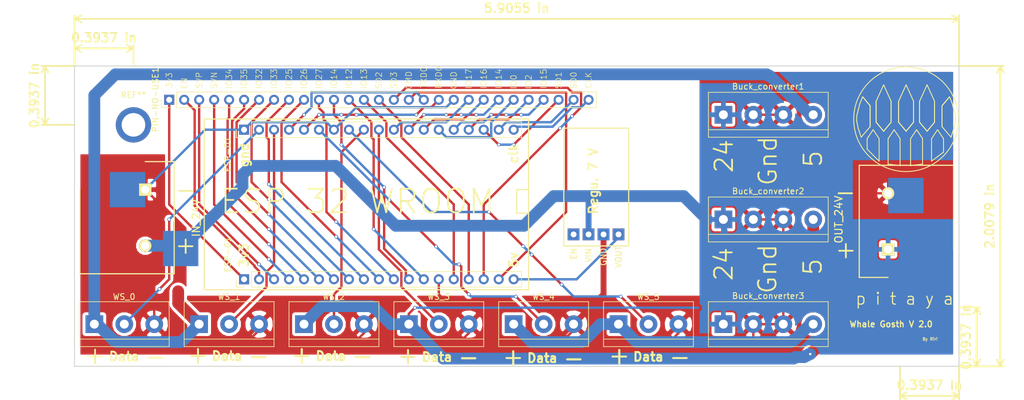
<source format=kicad_pcb>
(kicad_pcb (version 4) (host pcbnew 4.0.6)

  (general
    (links 64)
    (no_connects 0)
    (area 82.924999 72.924999 233.075001 124.075001)
    (thickness 1.6)
    (drawings 132)
    (tracks 346)
    (zones 0)
    (modules 24)
    (nets 41)
  )

  (page A4)
  (layers
    (0 F.Cu signal)
    (31 B.Cu signal)
    (32 B.Adhes user)
    (33 F.Adhes user)
    (34 B.Paste user)
    (35 F.Paste user)
    (36 B.SilkS user)
    (37 F.SilkS user)
    (38 B.Mask user)
    (39 F.Mask user)
    (40 Dwgs.User user)
    (41 Cmts.User user)
    (42 Eco1.User user)
    (43 Eco2.User user)
    (44 Edge.Cuts user)
    (45 Margin user)
    (46 B.CrtYd user)
    (47 F.CrtYd user)
    (48 B.Fab user)
    (49 F.Fab user)
  )

  (setup
    (last_trace_width 1)
    (trace_clearance 0.5)
    (zone_clearance 0.5)
    (zone_45_only yes)
    (trace_min 0.2)
    (segment_width 0.2)
    (edge_width 0.15)
    (via_size 0.6)
    (via_drill 0.4)
    (via_min_size 0.4)
    (via_min_drill 0.3)
    (uvia_size 0.3)
    (uvia_drill 0.1)
    (uvias_allowed no)
    (uvia_min_size 0.2)
    (uvia_min_drill 0.1)
    (pcb_text_width 0.3)
    (pcb_text_size 1.5 1.5)
    (mod_edge_width 0.15)
    (mod_text_size 1 1)
    (mod_text_width 0.15)
    (pad_size 6 6)
    (pad_drill 0)
    (pad_to_mask_clearance 0.2)
    (aux_axis_origin 84.836 74.676)
    (visible_elements 7FFFFFFF)
    (pcbplotparams
      (layerselection 0x00030_80000001)
      (usegerberextensions false)
      (excludeedgelayer true)
      (linewidth 0.100000)
      (plotframeref false)
      (viasonmask false)
      (mode 1)
      (useauxorigin false)
      (hpglpennumber 1)
      (hpglpenspeed 20)
      (hpglpendiameter 15)
      (hpglpenoverlay 2)
      (psnegative false)
      (psa4output false)
      (plotreference true)
      (plotvalue true)
      (plotinvisibletext false)
      (padsonsilk false)
      (subtractmaskfromsilk false)
      (outputformat 1)
      (mirror false)
      (drillshape 1)
      (scaleselection 1)
      (outputdirectory ""))
  )

  (net 0 "")
  (net 1 +24V)
  (net 2 "Net-(Buck_converter1-Pad4)")
  (net 3 WS0)
  (net 4 WS1)
  (net 5 TXDO)
  (net 6 RXD0)
  (net 7 WS4)
  (net 8 GND)
  (net 9 WS5)
  (net 10 WS2)
  (net 11 WS3)
  (net 12 IO17)
  (net 13 IO16)
  (net 14 IO4)
  (net 15 IO0)
  (net 16 IO2)
  (net 17 IO15)
  (net 18 SD1)
  (net 19 3V3)
  (net 20 EN)
  (net 21 SVP)
  (net 22 SVN)
  (net 23 IO34)
  (net 24 IO35)
  (net 25 IO32)
  (net 26 IO33)
  (net 27 IO25)
  (net 28 IO26)
  (net 29 IO27)
  (net 30 IO14)
  (net 31 IO12)
  (net 32 IO13)
  (net 33 SD2)
  (net 34 SD3)
  (net 35 CMD)
  (net 36 SD0)
  (net 37 CLK)
  (net 38 "Net-(ESP-G1-Pad19)")
  (net 39 "Net-(Buck_converter2-Pad4)")
  (net 40 "Net-(Buck_converter3-Pad4)")

  (net_class Default "Ceci est la Netclass par défaut"
    (clearance 0.5)
    (trace_width 1)
    (via_dia 0.6)
    (via_drill 0.4)
    (uvia_dia 0.3)
    (uvia_drill 0.1)
    (add_net +24V)
    (add_net 3V3)
    (add_net CLK)
    (add_net CMD)
    (add_net EN)
    (add_net GND)
    (add_net IO0)
    (add_net IO12)
    (add_net IO13)
    (add_net IO14)
    (add_net IO15)
    (add_net IO16)
    (add_net IO17)
    (add_net IO2)
    (add_net IO25)
    (add_net IO26)
    (add_net IO27)
    (add_net IO32)
    (add_net IO33)
    (add_net IO34)
    (add_net IO35)
    (add_net IO4)
    (add_net "Net-(Buck_converter1-Pad4)")
    (add_net "Net-(Buck_converter2-Pad4)")
    (add_net "Net-(Buck_converter3-Pad4)")
    (add_net "Net-(ESP-G1-Pad19)")
    (add_net RXD0)
    (add_net SD0)
    (add_net SD1)
    (add_net SD2)
    (add_net SD3)
    (add_net SVN)
    (add_net SVP)
    (add_net TXDO)
    (add_net WS0)
    (add_net WS1)
    (add_net WS2)
    (add_net WS3)
    (add_net WS4)
    (add_net WS5)
  )

  (module Wire_Pads:SolderWirePad_single_2-5mmDrill (layer B.Cu) (tedit 5A7B2059) (tstamp 5A7B2250)
    (at 92 94)
    (fp_text reference "" (at 0 5.08) (layer B.SilkS)
      (effects (font (size 1 1) (thickness 0.15)) (justify mirror))
    )
    (fp_text value SolderWirePad_single_2-5mmDrill (at 1.27 -5.08) (layer B.Fab)
      (effects (font (size 1 1) (thickness 0.15)) (justify mirror))
    )
    (pad 1 connect rect (at 0 0) (size 6 6) (layers B.Cu B.Mask))
  )

  (module Wire_Pads:SolderWirePad_single_2-5mmDrill (layer B.Cu) (tedit 5A7B2059) (tstamp 5A7B224A)
    (at 224 95)
    (fp_text reference "" (at 0 5.08) (layer B.SilkS)
      (effects (font (size 1 1) (thickness 0.15)) (justify mirror))
    )
    (fp_text value SolderWirePad_single_2-5mmDrill (at 1.27 -5.08) (layer B.Fab)
      (effects (font (size 1 1) (thickness 0.15)) (justify mirror))
    )
    (pad 1 connect rect (at 0 0) (size 6 6) (layers B.Cu B.Mask))
  )

  (module Wire_Pads:SolderWirePad_single_2-5mmDrill (layer B.Cu) (tedit 5A7B2059) (tstamp 5A7B223E)
    (at 101 104)
    (fp_text reference "" (at 0 5.08) (layer B.SilkS)
      (effects (font (size 1 1) (thickness 0.15)) (justify mirror))
    )
    (fp_text value SolderWirePad_single_2-5mmDrill (at 1.27 -5.08) (layer B.Fab)
      (effects (font (size 1 1) (thickness 0.15)) (justify mirror))
    )
    (pad 1 connect rect (at 0 0) (size 6 6) (layers B.Cu B.Mask))
  )

  (module SHDR2W120P0X952_1X2_1904X1600X2150P (layer F.Cu) (tedit 5A7B1D1A) (tstamp 5A7AD58F)
    (at 95 94 270)
    (descr 1902547)
    (tags Connector)
    (path /5A7992A1)
    (fp_text reference IN_24V (at 4.806 -8.632 270) (layer F.SilkS)
      (effects (font (size 1.27 1.27) (thickness 0.2)))
    )
    (fp_text value "" (at -9.418 3.052 270) (layer F.SilkS) hide
      (effects (font (size 1.27 1.27) (thickness 0.254)))
    )
    (fp_line (start -5.01 11.35) (end -5.01 -5.15) (layer Dwgs.User) (width 0.05))
    (fp_line (start -5.01 -5.15) (end 14.53 -5.15) (layer Dwgs.User) (width 0.05))
    (fp_line (start 14.53 -5.15) (end 14.53 11.35) (layer Dwgs.User) (width 0.05))
    (fp_line (start 14.53 11.35) (end -5.01 11.35) (layer Dwgs.User) (width 0.05))
    (fp_line (start -4.76 11.1) (end -4.76 -4.9) (layer Dwgs.User) (width 0.1))
    (fp_line (start -4.76 -4.9) (end 14.28 -4.9) (layer Dwgs.User) (width 0.1))
    (fp_line (start 14.28 -4.9) (end 14.28 11.1) (layer Dwgs.User) (width 0.1))
    (fp_line (start 14.28 11.1) (end -4.76 11.1) (layer Dwgs.User) (width 0.1))
    (fp_line (start 0 11.1) (end 14.28 11.1) (layer F.SilkS) (width 0.2))
    (fp_line (start 14.28 11.1) (end 14.28 -4.9) (layer F.SilkS) (width 0.2))
    (fp_line (start 14.28 -4.9) (end -4.76 -4.9) (layer F.SilkS) (width 0.2))
    (fp_line (start -4.76 -4.9) (end -4.76 0) (layer F.SilkS) (width 0.2))
    (pad 1 thru_hole rect (at 0 0) (size 2.1 2.1) (drill 1.4) (layers *.Cu *.Mask F.SilkS)
      (net 8 GND))
    (pad 2 thru_hole circle (at 9.52 0) (size 2.1 2.1) (drill 1.4) (layers *.Cu *.Mask F.SilkS)
      (net 1 +24V))
  )

  (module Connectors_Terminal_Blocks:TerminalBlock_bornier-4_P5.08mm (layer F.Cu) (tedit 59FF03D1) (tstamp 5A7AD501)
    (at 193.04 81.28)
    (descr "simple 4-pin terminal block, pitch 5.08mm, revamped version of bornier4")
    (tags "terminal block bornier4")
    (path /5A786E13)
    (fp_text reference Buck_converter1 (at 7.6 -4.8) (layer F.SilkS)
      (effects (font (size 1 1) (thickness 0.15)))
    )
    (fp_text value BUCK-CONVERTER1 (at 7.6 4.75) (layer F.Fab)
      (effects (font (size 1 1) (thickness 0.15)))
    )
    (fp_text user %R (at 7.62 0) (layer F.Fab)
      (effects (font (size 1 1) (thickness 0.15)))
    )
    (fp_line (start -2.48 2.55) (end 17.72 2.55) (layer F.Fab) (width 0.1))
    (fp_line (start -2.43 3.75) (end -2.48 3.75) (layer F.Fab) (width 0.1))
    (fp_line (start -2.48 3.75) (end -2.48 -3.75) (layer F.Fab) (width 0.1))
    (fp_line (start -2.48 -3.75) (end 17.72 -3.75) (layer F.Fab) (width 0.1))
    (fp_line (start 17.72 -3.75) (end 17.72 3.75) (layer F.Fab) (width 0.1))
    (fp_line (start 17.72 3.75) (end -2.43 3.75) (layer F.Fab) (width 0.1))
    (fp_line (start -2.54 -3.81) (end -2.54 3.81) (layer F.SilkS) (width 0.12))
    (fp_line (start 17.78 3.81) (end 17.78 -3.81) (layer F.SilkS) (width 0.12))
    (fp_line (start 17.78 2.54) (end -2.54 2.54) (layer F.SilkS) (width 0.12))
    (fp_line (start -2.54 -3.81) (end 17.78 -3.81) (layer F.SilkS) (width 0.12))
    (fp_line (start -2.54 3.81) (end 17.78 3.81) (layer F.SilkS) (width 0.12))
    (fp_line (start -2.73 -4) (end 17.97 -4) (layer F.CrtYd) (width 0.05))
    (fp_line (start -2.73 -4) (end -2.73 4) (layer F.CrtYd) (width 0.05))
    (fp_line (start 17.97 4) (end 17.97 -4) (layer F.CrtYd) (width 0.05))
    (fp_line (start 17.97 4) (end -2.73 4) (layer F.CrtYd) (width 0.05))
    (pad 2 thru_hole circle (at 5.08 0) (size 3 3) (drill 1.52) (layers *.Cu *.Mask)
      (net 8 GND))
    (pad 3 thru_hole circle (at 10.16 0) (size 3 3) (drill 1.52) (layers *.Cu *.Mask)
      (net 8 GND))
    (pad 1 thru_hole rect (at 0 0) (size 3 3) (drill 1.52) (layers *.Cu *.Mask)
      (net 1 +24V))
    (pad 4 thru_hole circle (at 15.24 0) (size 3 3) (drill 1.52) (layers *.Cu *.Mask)
      (net 2 "Net-(Buck_converter1-Pad4)"))
    (model ${KISYS3DMOD}/Terminal_Blocks.3dshapes/TerminalBlock_bornier-4_P5.08mm.wrl
      (at (xyz 0.3 0 0))
      (scale (xyz 1 1 1))
      (rotate (xyz 0 0 0))
    )
  )

  (module Connectors_Terminal_Blocks:TerminalBlock_bornier-4_P5.08mm (layer F.Cu) (tedit 5A7ADDCA) (tstamp 5A7AD519)
    (at 193.04 99.06)
    (descr "simple 4-pin terminal block, pitch 5.08mm, revamped version of bornier4")
    (tags "terminal block bornier4")
    (path /5A7AD2C9)
    (fp_text reference Buck_converter2 (at 7.6 -4.8) (layer F.SilkS)
      (effects (font (size 1 1) (thickness 0.15)))
    )
    (fp_text value BUCK-CONVERTER2 (at 7.6 4.75) (layer F.Fab)
      (effects (font (size 1 1) (thickness 0.15)))
    )
    (fp_text user "" (at 7.62 0) (layer F.Fab)
      (effects (font (size 1 1) (thickness 0.15)))
    )
    (fp_line (start -2.48 2.55) (end 17.72 2.55) (layer F.Fab) (width 0.1))
    (fp_line (start -2.43 3.75) (end -2.48 3.75) (layer F.Fab) (width 0.1))
    (fp_line (start -2.48 3.75) (end -2.48 -3.75) (layer F.Fab) (width 0.1))
    (fp_line (start -2.48 -3.75) (end 17.72 -3.75) (layer F.Fab) (width 0.1))
    (fp_line (start 17.72 -3.75) (end 17.72 3.75) (layer F.Fab) (width 0.1))
    (fp_line (start 17.72 3.75) (end -2.43 3.75) (layer F.Fab) (width 0.1))
    (fp_line (start -2.54 -3.81) (end -2.54 3.81) (layer F.SilkS) (width 0.12))
    (fp_line (start 17.78 3.81) (end 17.78 -3.81) (layer F.SilkS) (width 0.12))
    (fp_line (start 17.78 2.54) (end -2.54 2.54) (layer F.SilkS) (width 0.12))
    (fp_line (start -2.54 -3.81) (end 17.78 -3.81) (layer F.SilkS) (width 0.12))
    (fp_line (start -2.54 3.81) (end 17.78 3.81) (layer F.SilkS) (width 0.12))
    (fp_line (start -2.73 -4) (end 17.97 -4) (layer F.CrtYd) (width 0.05))
    (fp_line (start -2.73 -4) (end -2.73 4) (layer F.CrtYd) (width 0.05))
    (fp_line (start 17.97 4) (end 17.97 -4) (layer F.CrtYd) (width 0.05))
    (fp_line (start 17.97 4) (end -2.73 4) (layer F.CrtYd) (width 0.05))
    (pad 2 thru_hole circle (at 5.08 0) (size 3 3) (drill 1.52) (layers *.Cu *.Mask)
      (net 8 GND))
    (pad 3 thru_hole circle (at 10.16 0) (size 3 3) (drill 1.52) (layers *.Cu *.Mask)
      (net 8 GND))
    (pad 1 thru_hole rect (at 0 0) (size 3 3) (drill 1.52) (layers *.Cu *.Mask)
      (net 1 +24V))
    (pad 4 thru_hole circle (at 15.24 0) (size 3 3) (drill 1.52) (layers *.Cu *.Mask)
      (net 39 "Net-(Buck_converter2-Pad4)"))
    (model ${KISYS3DMOD}/Terminal_Blocks.3dshapes/TerminalBlock_bornier-4_P5.08mm.wrl
      (at (xyz 0.3 0 0))
      (scale (xyz 1 1 1))
      (rotate (xyz 0 0 0))
    )
  )

  (module Connectors_Terminal_Blocks:TerminalBlock_bornier-4_P5.08mm (layer F.Cu) (tedit 5A7AE19B) (tstamp 5A7AD531)
    (at 193.04 116.84)
    (descr "simple 4-pin terminal block, pitch 5.08mm, revamped version of bornier4")
    (tags "terminal block bornier4")
    (path /5A7AD4F6)
    (fp_text reference Buck_converter3 (at 7.6 -4.8) (layer F.SilkS)
      (effects (font (size 1 1) (thickness 0.15)))
    )
    (fp_text value BUCK-CONVERTER3 (at 7.6 4.75) (layer F.Fab)
      (effects (font (size 1 1) (thickness 0.15)))
    )
    (fp_text user "" (at 7.62 7.366) (layer F.Fab)
      (effects (font (size 1 1) (thickness 0.15)))
    )
    (fp_line (start -2.48 2.55) (end 17.72 2.55) (layer F.Fab) (width 0.1))
    (fp_line (start -2.43 3.75) (end -2.48 3.75) (layer F.Fab) (width 0.1))
    (fp_line (start -2.48 3.75) (end -2.48 -3.75) (layer F.Fab) (width 0.1))
    (fp_line (start -2.48 -3.75) (end 17.72 -3.75) (layer F.Fab) (width 0.1))
    (fp_line (start 17.72 -3.75) (end 17.72 3.75) (layer F.Fab) (width 0.1))
    (fp_line (start 17.72 3.75) (end -2.43 3.75) (layer F.Fab) (width 0.1))
    (fp_line (start -2.54 -3.81) (end -2.54 3.81) (layer F.SilkS) (width 0.12))
    (fp_line (start 17.78 3.81) (end 17.78 -3.81) (layer F.SilkS) (width 0.12))
    (fp_line (start 17.78 2.54) (end -2.54 2.54) (layer F.SilkS) (width 0.12))
    (fp_line (start -2.54 -3.81) (end 17.78 -3.81) (layer F.SilkS) (width 0.12))
    (fp_line (start -2.54 3.81) (end 17.78 3.81) (layer F.SilkS) (width 0.12))
    (fp_line (start -2.73 -4) (end 17.97 -4) (layer F.CrtYd) (width 0.05))
    (fp_line (start -2.73 -4) (end -2.73 4) (layer F.CrtYd) (width 0.05))
    (fp_line (start 17.97 4) (end 17.97 -4) (layer F.CrtYd) (width 0.05))
    (fp_line (start 17.97 4) (end -2.73 4) (layer F.CrtYd) (width 0.05))
    (pad 2 thru_hole circle (at 5.08 0) (size 3 3) (drill 1.52) (layers *.Cu *.Mask)
      (net 8 GND))
    (pad 3 thru_hole circle (at 10.16 0) (size 3 3) (drill 1.52) (layers *.Cu *.Mask)
      (net 8 GND))
    (pad 1 thru_hole rect (at 0 0) (size 3 3) (drill 1.52) (layers *.Cu *.Mask)
      (net 1 +24V))
    (pad 4 thru_hole circle (at 15.24 0) (size 3 3) (drill 1.52) (layers *.Cu *.Mask)
      (net 40 "Net-(Buck_converter3-Pad4)"))
    (model ${KISYS3DMOD}/Terminal_Blocks.3dshapes/TerminalBlock_bornier-4_P5.08mm.wrl
      (at (xyz 0.3 0 0))
      (scale (xyz 1 1 1))
      (rotate (xyz 0 0 0))
    )
  )

  (module Socket_Strips:Socket_Strip_Straight_1x19_Pitch2.54mm (layer F.Cu) (tedit 5A7ADD10) (tstamp 5A7AD557)
    (at 111.76 83.82 90)
    (descr "Through hole straight socket strip, 1x19, 2.54mm pitch, single row")
    (tags "Through hole socket strip THT 1x19 2.54mm single row")
    (path /5A788AEB)
    (fp_text reference ESP-D1 (at -4.18 -2.76 90) (layer F.SilkS)
      (effects (font (size 1 1) (thickness 0.15)))
    )
    (fp_text value ESP32-D (at 0 48.05 90) (layer F.Fab)
      (effects (font (size 1 1) (thickness 0.15)))
    )
    (fp_line (start -1.27 -1.27) (end -1.27 46.99) (layer F.Fab) (width 0.1))
    (fp_line (start -1.27 46.99) (end 1.27 46.99) (layer F.Fab) (width 0.1))
    (fp_line (start 1.27 46.99) (end 1.27 -1.27) (layer F.Fab) (width 0.1))
    (fp_line (start 1.27 -1.27) (end -1.27 -1.27) (layer F.Fab) (width 0.1))
    (fp_line (start -1.33 1.27) (end -1.33 47.05) (layer F.SilkS) (width 0.12))
    (fp_line (start -1.33 47.05) (end 1.33 47.05) (layer F.SilkS) (width 0.12))
    (fp_line (start 1.33 47.05) (end 1.33 1.27) (layer F.SilkS) (width 0.12))
    (fp_line (start 1.33 1.27) (end -1.33 1.27) (layer F.SilkS) (width 0.12))
    (fp_line (start -1.33 0) (end -1.33 -1.33) (layer F.SilkS) (width 0.12))
    (fp_line (start -1.33 -1.33) (end 0 -1.33) (layer F.SilkS) (width 0.12))
    (fp_line (start -1.8 -1.8) (end -1.8 47.5) (layer F.CrtYd) (width 0.05))
    (fp_line (start -1.8 47.5) (end 1.8 47.5) (layer F.CrtYd) (width 0.05))
    (fp_line (start 1.8 47.5) (end 1.8 -1.8) (layer F.CrtYd) (width 0.05))
    (fp_line (start 1.8 -1.8) (end -1.8 -1.8) (layer F.CrtYd) (width 0.05))
    (fp_text user %R (at 0 -2.33 90) (layer F.Fab)
      (effects (font (size 1 1) (thickness 0.15)))
    )
    (pad 1 thru_hole rect (at 0 0 90) (size 1.7 1.7) (drill 1) (layers *.Cu *.Mask)
      (net 8 GND))
    (pad 2 thru_hole oval (at 0 2.54 90) (size 1.7 1.7) (drill 1) (layers *.Cu *.Mask)
      (net 3 WS0))
    (pad 3 thru_hole oval (at 0 5.08 90) (size 1.7 1.7) (drill 1) (layers *.Cu *.Mask)
      (net 4 WS1))
    (pad 4 thru_hole oval (at 0 7.62 90) (size 1.7 1.7) (drill 1) (layers *.Cu *.Mask)
      (net 5 TXDO))
    (pad 5 thru_hole oval (at 0 10.16 90) (size 1.7 1.7) (drill 1) (layers *.Cu *.Mask)
      (net 6 RXD0))
    (pad 6 thru_hole oval (at 0 12.7 90) (size 1.7 1.7) (drill 1) (layers *.Cu *.Mask)
      (net 7 WS4))
    (pad 7 thru_hole oval (at 0 15.24 90) (size 1.7 1.7) (drill 1) (layers *.Cu *.Mask)
      (net 8 GND))
    (pad 8 thru_hole oval (at 0 17.78 90) (size 1.7 1.7) (drill 1) (layers *.Cu *.Mask)
      (net 9 WS5))
    (pad 9 thru_hole oval (at 0 20.32 90) (size 1.7 1.7) (drill 1) (layers *.Cu *.Mask)
      (net 10 WS2))
    (pad 10 thru_hole oval (at 0 22.86 90) (size 1.7 1.7) (drill 1) (layers *.Cu *.Mask)
      (net 11 WS3))
    (pad 11 thru_hole oval (at 0 25.4 90) (size 1.7 1.7) (drill 1) (layers *.Cu *.Mask)
      (net 12 IO17))
    (pad 12 thru_hole oval (at 0 27.94 90) (size 1.7 1.7) (drill 1) (layers *.Cu *.Mask)
      (net 13 IO16))
    (pad 13 thru_hole oval (at 0 30.48 90) (size 1.7 1.7) (drill 1) (layers *.Cu *.Mask)
      (net 14 IO4))
    (pad 14 thru_hole oval (at 0 33.02 90) (size 1.7 1.7) (drill 1) (layers *.Cu *.Mask)
      (net 15 IO0))
    (pad 15 thru_hole oval (at 0 35.56 90) (size 1.7 1.7) (drill 1) (layers *.Cu *.Mask)
      (net 16 IO2))
    (pad 16 thru_hole oval (at 0 38.1 90) (size 1.7 1.7) (drill 1) (layers *.Cu *.Mask)
      (net 17 IO15))
    (pad 17 thru_hole oval (at 0 40.64 90) (size 1.7 1.7) (drill 1) (layers *.Cu *.Mask)
      (net 18 SD1))
    (pad 18 thru_hole oval (at 0 43.18 90) (size 1.7 1.7) (drill 1) (layers *.Cu *.Mask)
      (net 36 SD0))
    (pad 19 thru_hole oval (at 0 45.72 90) (size 1.7 1.7) (drill 1) (layers *.Cu *.Mask)
      (net 37 CLK))
    (model ${KISYS3DMOD}/Socket_Strips.3dshapes/Socket_Strip_Straight_1x19_Pitch2.54mm.wrl
      (at (xyz 0 -0.9 0))
      (scale (xyz 1 1 1))
      (rotate (xyz 0 0 270))
    )
  )

  (module Socket_Strips:Socket_Strip_Straight_1x19_Pitch2.54mm (layer F.Cu) (tedit 5A7ADD06) (tstamp 5A7AD57D)
    (at 111.76 109.22 90)
    (descr "Through hole straight socket strip, 1x19, 2.54mm pitch, single row")
    (tags "Through hole socket strip THT 1x19 2.54mm single row")
    (path /5A788AA6)
    (fp_text reference ESP-G1 (at 4.22 -2.76 90) (layer F.SilkS)
      (effects (font (size 1 1) (thickness 0.15)))
    )
    (fp_text value ESP32-G (at 0 48.05 90) (layer F.Fab)
      (effects (font (size 1 1) (thickness 0.15)))
    )
    (fp_line (start -1.27 -1.27) (end -1.27 46.99) (layer F.Fab) (width 0.1))
    (fp_line (start -1.27 46.99) (end 1.27 46.99) (layer F.Fab) (width 0.1))
    (fp_line (start 1.27 46.99) (end 1.27 -1.27) (layer F.Fab) (width 0.1))
    (fp_line (start 1.27 -1.27) (end -1.27 -1.27) (layer F.Fab) (width 0.1))
    (fp_line (start -1.33 1.27) (end -1.33 47.05) (layer F.SilkS) (width 0.12))
    (fp_line (start -1.33 47.05) (end 1.33 47.05) (layer F.SilkS) (width 0.12))
    (fp_line (start 1.33 47.05) (end 1.33 1.27) (layer F.SilkS) (width 0.12))
    (fp_line (start 1.33 1.27) (end -1.33 1.27) (layer F.SilkS) (width 0.12))
    (fp_line (start -1.33 0) (end -1.33 -1.33) (layer F.SilkS) (width 0.12))
    (fp_line (start -1.33 -1.33) (end 0 -1.33) (layer F.SilkS) (width 0.12))
    (fp_line (start -1.8 -1.8) (end -1.8 47.5) (layer F.CrtYd) (width 0.05))
    (fp_line (start -1.8 47.5) (end 1.8 47.5) (layer F.CrtYd) (width 0.05))
    (fp_line (start 1.8 47.5) (end 1.8 -1.8) (layer F.CrtYd) (width 0.05))
    (fp_line (start 1.8 -1.8) (end -1.8 -1.8) (layer F.CrtYd) (width 0.05))
    (fp_text user %R (at 0 -2.33 90) (layer F.Fab)
      (effects (font (size 1 1) (thickness 0.15)))
    )
    (pad 1 thru_hole rect (at 0 0 90) (size 1.7 1.7) (drill 1) (layers *.Cu *.Mask)
      (net 19 3V3))
    (pad 2 thru_hole oval (at 0 2.54 90) (size 1.7 1.7) (drill 1) (layers *.Cu *.Mask)
      (net 20 EN))
    (pad 3 thru_hole oval (at 0 5.08 90) (size 1.7 1.7) (drill 1) (layers *.Cu *.Mask)
      (net 21 SVP))
    (pad 4 thru_hole oval (at 0 7.62 90) (size 1.7 1.7) (drill 1) (layers *.Cu *.Mask)
      (net 22 SVN))
    (pad 5 thru_hole oval (at 0 10.16 90) (size 1.7 1.7) (drill 1) (layers *.Cu *.Mask)
      (net 23 IO34))
    (pad 6 thru_hole oval (at 0 12.7 90) (size 1.7 1.7) (drill 1) (layers *.Cu *.Mask)
      (net 24 IO35))
    (pad 7 thru_hole oval (at 0 15.24 90) (size 1.7 1.7) (drill 1) (layers *.Cu *.Mask)
      (net 25 IO32))
    (pad 8 thru_hole oval (at 0 17.78 90) (size 1.7 1.7) (drill 1) (layers *.Cu *.Mask)
      (net 26 IO33))
    (pad 9 thru_hole oval (at 0 20.32 90) (size 1.7 1.7) (drill 1) (layers *.Cu *.Mask)
      (net 27 IO25))
    (pad 10 thru_hole oval (at 0 22.86 90) (size 1.7 1.7) (drill 1) (layers *.Cu *.Mask)
      (net 28 IO26))
    (pad 11 thru_hole oval (at 0 25.4 90) (size 1.7 1.7) (drill 1) (layers *.Cu *.Mask)
      (net 29 IO27))
    (pad 12 thru_hole oval (at 0 27.94 90) (size 1.7 1.7) (drill 1) (layers *.Cu *.Mask)
      (net 30 IO14))
    (pad 13 thru_hole oval (at 0 30.48 90) (size 1.7 1.7) (drill 1) (layers *.Cu *.Mask)
      (net 31 IO12))
    (pad 14 thru_hole oval (at 0 33.02 90) (size 1.7 1.7) (drill 1) (layers *.Cu *.Mask)
      (net 8 GND))
    (pad 15 thru_hole oval (at 0 35.56 90) (size 1.7 1.7) (drill 1) (layers *.Cu *.Mask)
      (net 32 IO13))
    (pad 16 thru_hole oval (at 0 38.1 90) (size 1.7 1.7) (drill 1) (layers *.Cu *.Mask)
      (net 33 SD2))
    (pad 17 thru_hole oval (at 0 40.64 90) (size 1.7 1.7) (drill 1) (layers *.Cu *.Mask)
      (net 34 SD3))
    (pad 18 thru_hole oval (at 0 43.18 90) (size 1.7 1.7) (drill 1) (layers *.Cu *.Mask)
      (net 35 CMD))
    (pad 19 thru_hole oval (at 0 45.72 90) (size 1.7 1.7) (drill 1) (layers *.Cu *.Mask)
      (net 38 "Net-(ESP-G1-Pad19)"))
    (model ${KISYS3DMOD}/Socket_Strips.3dshapes/Socket_Strip_Straight_1x19_Pitch2.54mm.wrl
      (at (xyz 0 -0.9 0))
      (scale (xyz 1 1 1))
      (rotate (xyz 0 0 270))
    )
  )

  (module Wire_Pads:SolderWirePad_single_2mmDrill (layer F.Cu) (tedit 5A7ADD7F) (tstamp 5A7AD594)
    (at 167.64 101.6)
    (path /5A7A0F0C)
    (fp_text reference EN (at 0 3.302 90) (layer F.SilkS)
      (effects (font (size 1 1) (thickness 0.15)))
    )
    (fp_text value "" (at -0.635 3.81) (layer F.Fab)
      (effects (font (size 1 1) (thickness 0.15)))
    )
    (pad 1 thru_hole rect (at 0 0) (size 2 2) (drill 1) (layers *.Cu *.Mask))
  )

  (module Wire_Pads:SolderWirePad_single_2mmDrill (layer F.Cu) (tedit 5A7ADD7C) (tstamp 5A7AD599)
    (at 170.18 101.6)
    (path /5A7A0FD5)
    (fp_text reference VIN (at 0 3.556 90) (layer F.SilkS)
      (effects (font (size 1 1) (thickness 0.15)))
    )
    (fp_text value "" (at -0.635 3.81) (layer F.Fab)
      (effects (font (size 1 1) (thickness 0.15)))
    )
    (pad 1 thru_hole rect (at 0 0) (size 2 2) (drill 1) (layers *.Cu *.Mask)
      (net 1 +24V))
  )

  (module Wire_Pads:SolderWirePad_single_2mmDrill (layer F.Cu) (tedit 5A7ADD78) (tstamp 5A7AD59E)
    (at 172.72 101.6)
    (path /5A7A101A)
    (fp_text reference GND (at 0 3.81 90) (layer F.SilkS)
      (effects (font (size 1 1) (thickness 0.15)))
    )
    (fp_text value "" (at -0.635 3.81) (layer F.Fab)
      (effects (font (size 1 1) (thickness 0.15)))
    )
    (pad 1 thru_hole rect (at 0 0) (size 2 2) (drill 1) (layers *.Cu *.Mask)
      (net 8 GND))
  )

  (module Wire_Pads:SolderWirePad_single_2mmDrill (layer F.Cu) (tedit 5A7ADD73) (tstamp 5A7AD5A3)
    (at 175.26 101.6)
    (path /5A7A1059)
    (fp_text reference VOUT (at 0 3.81 90) (layer F.SilkS)
      (effects (font (size 1 1) (thickness 0.15)))
    )
    (fp_text value "" (at -0.635 3.81) (layer F.Fab)
      (effects (font (size 1 1) (thickness 0.15)))
    )
    (pad 1 thru_hole rect (at 0 0) (size 2 2) (drill 1) (layers *.Cu *.Mask)
      (net 38 "Net-(ESP-G1-Pad19)"))
  )

  (module SHDR2W120P0X952_1X2_1904X1600X2150P (layer F.Cu) (tedit 5A7B1D25) (tstamp 5A7AD5B5)
    (at 220.98 104.14 90)
    (descr 1902547)
    (tags Connector)
    (path /5A799224)
    (fp_text reference OUT_24V (at 5.08 -8.382 90) (layer F.SilkS)
      (effects (font (size 1.27 1.27) (thickness 0.2)))
    )
    (fp_text value "" (at -10.922 3.81 90) (layer F.SilkS) hide
      (effects (font (size 1.27 1.27) (thickness 0.254)))
    )
    (fp_line (start -5.01 11.35) (end -5.01 -5.15) (layer Dwgs.User) (width 0.05))
    (fp_line (start -5.01 -5.15) (end 14.53 -5.15) (layer Dwgs.User) (width 0.05))
    (fp_line (start 14.53 -5.15) (end 14.53 11.35) (layer Dwgs.User) (width 0.05))
    (fp_line (start 14.53 11.35) (end -5.01 11.35) (layer Dwgs.User) (width 0.05))
    (fp_line (start -4.76 11.1) (end -4.76 -4.9) (layer Dwgs.User) (width 0.1))
    (fp_line (start -4.76 -4.9) (end 14.28 -4.9) (layer Dwgs.User) (width 0.1))
    (fp_line (start 14.28 -4.9) (end 14.28 11.1) (layer Dwgs.User) (width 0.1))
    (fp_line (start 14.28 11.1) (end -4.76 11.1) (layer Dwgs.User) (width 0.1))
    (fp_line (start 0 11.1) (end 14.28 11.1) (layer F.SilkS) (width 0.2))
    (fp_line (start 14.28 11.1) (end 14.28 -4.9) (layer F.SilkS) (width 0.2))
    (fp_line (start 14.28 -4.9) (end -4.76 -4.9) (layer F.SilkS) (width 0.2))
    (fp_line (start -4.76 -4.9) (end -4.76 0) (layer F.SilkS) (width 0.2))
    (pad 1 thru_hole rect (at 0 0 180) (size 2.1 2.1) (drill 1.4) (layers *.Cu *.Mask F.SilkS)
      (net 1 +24V))
    (pad 2 thru_hole circle (at 9.52 0 180) (size 2.1 2.1) (drill 1.4) (layers *.Cu *.Mask F.SilkS)
      (net 8 GND))
  )

  (module Socket_Strips:Socket_Strip_Straight_1x29_Pitch2.54mm (layer F.Cu) (tedit 58CD5447) (tstamp 5A7AD5E5)
    (at 99.06 78.74 90)
    (descr "Through hole straight socket strip, 1x29, 2.54mm pitch, single row")
    (tags "Through hole socket strip THT 1x29 2.54mm single row")
    (path /5A78AB55)
    (fp_text reference PIN-NO-USE1 (at 0 -2.33 90) (layer F.SilkS)
      (effects (font (size 1 1) (thickness 0.15)))
    )
    (fp_text value PIN-NO-USE (at 0 73.45 90) (layer F.Fab)
      (effects (font (size 1 1) (thickness 0.15)))
    )
    (fp_line (start -1.27 -1.27) (end -1.27 72.39) (layer F.Fab) (width 0.1))
    (fp_line (start -1.27 72.39) (end 1.27 72.39) (layer F.Fab) (width 0.1))
    (fp_line (start 1.27 72.39) (end 1.27 -1.27) (layer F.Fab) (width 0.1))
    (fp_line (start 1.27 -1.27) (end -1.27 -1.27) (layer F.Fab) (width 0.1))
    (fp_line (start -1.33 1.27) (end -1.33 72.45) (layer F.SilkS) (width 0.12))
    (fp_line (start -1.33 72.45) (end 1.33 72.45) (layer F.SilkS) (width 0.12))
    (fp_line (start 1.33 72.45) (end 1.33 1.27) (layer F.SilkS) (width 0.12))
    (fp_line (start 1.33 1.27) (end -1.33 1.27) (layer F.SilkS) (width 0.12))
    (fp_line (start -1.33 0) (end -1.33 -1.33) (layer F.SilkS) (width 0.12))
    (fp_line (start -1.33 -1.33) (end 0 -1.33) (layer F.SilkS) (width 0.12))
    (fp_line (start -1.8 -1.8) (end -1.8 72.9) (layer F.CrtYd) (width 0.05))
    (fp_line (start -1.8 72.9) (end 1.8 72.9) (layer F.CrtYd) (width 0.05))
    (fp_line (start 1.8 72.9) (end 1.8 -1.8) (layer F.CrtYd) (width 0.05))
    (fp_line (start 1.8 -1.8) (end -1.8 -1.8) (layer F.CrtYd) (width 0.05))
    (fp_text user %R (at 0 -2.33 90) (layer F.Fab)
      (effects (font (size 1 1) (thickness 0.15)))
    )
    (pad 1 thru_hole rect (at 0 0 90) (size 1.7 1.7) (drill 1) (layers *.Cu *.Mask)
      (net 19 3V3))
    (pad 2 thru_hole oval (at 0 2.54 90) (size 1.7 1.7) (drill 1) (layers *.Cu *.Mask)
      (net 20 EN))
    (pad 3 thru_hole oval (at 0 5.08 90) (size 1.7 1.7) (drill 1) (layers *.Cu *.Mask)
      (net 21 SVP))
    (pad 4 thru_hole oval (at 0 7.62 90) (size 1.7 1.7) (drill 1) (layers *.Cu *.Mask)
      (net 22 SVN))
    (pad 5 thru_hole oval (at 0 10.16 90) (size 1.7 1.7) (drill 1) (layers *.Cu *.Mask)
      (net 23 IO34))
    (pad 6 thru_hole oval (at 0 12.7 90) (size 1.7 1.7) (drill 1) (layers *.Cu *.Mask)
      (net 24 IO35))
    (pad 7 thru_hole oval (at 0 15.24 90) (size 1.7 1.7) (drill 1) (layers *.Cu *.Mask)
      (net 25 IO32))
    (pad 8 thru_hole oval (at 0 17.78 90) (size 1.7 1.7) (drill 1) (layers *.Cu *.Mask)
      (net 26 IO33))
    (pad 9 thru_hole oval (at 0 20.32 90) (size 1.7 1.7) (drill 1) (layers *.Cu *.Mask)
      (net 27 IO25))
    (pad 10 thru_hole oval (at 0 22.86 90) (size 1.7 1.7) (drill 1) (layers *.Cu *.Mask)
      (net 28 IO26))
    (pad 11 thru_hole oval (at 0 25.4 90) (size 1.7 1.7) (drill 1) (layers *.Cu *.Mask)
      (net 29 IO27))
    (pad 12 thru_hole oval (at 0 27.94 90) (size 1.7 1.7) (drill 1) (layers *.Cu *.Mask)
      (net 30 IO14))
    (pad 13 thru_hole oval (at 0 30.48 90) (size 1.7 1.7) (drill 1) (layers *.Cu *.Mask)
      (net 31 IO12))
    (pad 14 thru_hole oval (at 0 33.02 90) (size 1.7 1.7) (drill 1) (layers *.Cu *.Mask)
      (net 32 IO13))
    (pad 15 thru_hole oval (at 0 35.56 90) (size 1.7 1.7) (drill 1) (layers *.Cu *.Mask)
      (net 33 SD2))
    (pad 16 thru_hole oval (at 0 38.1 90) (size 1.7 1.7) (drill 1) (layers *.Cu *.Mask)
      (net 34 SD3))
    (pad 17 thru_hole oval (at 0 40.64 90) (size 1.7 1.7) (drill 1) (layers *.Cu *.Mask)
      (net 35 CMD))
    (pad 18 thru_hole oval (at 0 43.18 90) (size 1.7 1.7) (drill 1) (layers *.Cu *.Mask)
      (net 5 TXDO))
    (pad 19 thru_hole oval (at 0 45.72 90) (size 1.7 1.7) (drill 1) (layers *.Cu *.Mask)
      (net 6 RXD0))
    (pad 20 thru_hole oval (at 0 48.26 90) (size 1.7 1.7) (drill 1) (layers *.Cu *.Mask)
      (net 8 GND))
    (pad 21 thru_hole oval (at 0 50.8 90) (size 1.7 1.7) (drill 1) (layers *.Cu *.Mask)
      (net 12 IO17))
    (pad 22 thru_hole oval (at 0 53.34 90) (size 1.7 1.7) (drill 1) (layers *.Cu *.Mask)
      (net 13 IO16))
    (pad 23 thru_hole oval (at 0 55.88 90) (size 1.7 1.7) (drill 1) (layers *.Cu *.Mask)
      (net 14 IO4))
    (pad 24 thru_hole oval (at 0 58.42 90) (size 1.7 1.7) (drill 1) (layers *.Cu *.Mask)
      (net 15 IO0))
    (pad 25 thru_hole oval (at 0 60.96 90) (size 1.7 1.7) (drill 1) (layers *.Cu *.Mask)
      (net 16 IO2))
    (pad 26 thru_hole oval (at 0 63.5 90) (size 1.7 1.7) (drill 1) (layers *.Cu *.Mask)
      (net 17 IO15))
    (pad 27 thru_hole oval (at 0 66.04 90) (size 1.7 1.7) (drill 1) (layers *.Cu *.Mask)
      (net 18 SD1))
    (pad 28 thru_hole oval (at 0 68.58 90) (size 1.7 1.7) (drill 1) (layers *.Cu *.Mask)
      (net 36 SD0))
    (pad 29 thru_hole oval (at 0 71.12 90) (size 1.7 1.7) (drill 1) (layers *.Cu *.Mask)
      (net 37 CLK))
    (model ${KISYS3DMOD}/Socket_Strips.3dshapes/Socket_Strip_Straight_1x29_Pitch2.54mm.wrl
      (at (xyz 0 -1.4 0))
      (scale (xyz 1 1 1))
      (rotate (xyz 0 0 270))
    )
  )

  (module Connectors_Terminal_Blocks:TerminalBlock_bornier-3_P5.08mm (layer F.Cu) (tedit 5A7ADDF4) (tstamp 5A7AD5FB)
    (at 86.36 116.84)
    (descr "simple 3-pin terminal block, pitch 5.08mm, revamped version of bornier3")
    (tags "terminal block bornier3")
    (path /5A796D5D)
    (fp_text reference WS_0 (at 5.05 -4.65) (layer F.SilkS)
      (effects (font (size 1 1) (thickness 0.15)))
    )
    (fp_text value Screw_Terminal_1x03 (at 5.08 5.08) (layer F.Fab)
      (effects (font (size 1 1) (thickness 0.15)))
    )
    (fp_text user %R (at 5.08 0) (layer F.Fab)
      (effects (font (size 1 1) (thickness 0.15)))
    )
    (fp_line (start -2.47 2.55) (end 12.63 2.55) (layer F.Fab) (width 0.1))
    (fp_line (start -2.47 -3.75) (end 12.63 -3.75) (layer F.Fab) (width 0.1))
    (fp_line (start 12.63 -3.75) (end 12.63 3.75) (layer F.Fab) (width 0.1))
    (fp_line (start 12.63 3.75) (end -2.47 3.75) (layer F.Fab) (width 0.1))
    (fp_line (start -2.47 3.75) (end -2.47 -3.75) (layer F.Fab) (width 0.1))
    (fp_line (start -2.54 3.81) (end -2.54 -3.81) (layer F.SilkS) (width 0.12))
    (fp_line (start 12.7 3.81) (end 12.7 -3.81) (layer F.SilkS) (width 0.12))
    (fp_line (start -2.54 2.54) (end 12.7 2.54) (layer F.SilkS) (width 0.12))
    (fp_line (start -2.54 -3.81) (end 12.7 -3.81) (layer F.SilkS) (width 0.12))
    (fp_line (start -2.54 3.81) (end 12.7 3.81) (layer F.SilkS) (width 0.12))
    (fp_line (start -2.72 -4) (end 12.88 -4) (layer F.CrtYd) (width 0.05))
    (fp_line (start -2.72 -4) (end -2.72 4) (layer F.CrtYd) (width 0.05))
    (fp_line (start 12.88 4) (end 12.88 -4) (layer F.CrtYd) (width 0.05))
    (fp_line (start 12.88 4) (end -2.72 4) (layer F.CrtYd) (width 0.05))
    (pad 1 thru_hole rect (at 0 0) (size 3 3) (drill 1.52) (layers *.Cu *.Mask)
      (net 2 "Net-(Buck_converter1-Pad4)"))
    (pad 2 thru_hole circle (at 5.08 0) (size 3 3) (drill 1.52) (layers *.Cu *.Mask)
      (net 3 WS0))
    (pad 3 thru_hole circle (at 10.16 0) (size 3 3) (drill 1.52) (layers *.Cu *.Mask)
      (net 8 GND))
    (model ${KISYS3DMOD}/Terminal_Blocks.3dshapes/TerminalBlock_bornier-3_P5.08mm.wrl
      (at (xyz 0.2 0 0))
      (scale (xyz 1 1 1))
      (rotate (xyz 0 0 0))
    )
  )

  (module Connectors_Terminal_Blocks:TerminalBlock_bornier-3_P5.08mm (layer F.Cu) (tedit 5A7ADDEF) (tstamp 5A7AD611)
    (at 104.14 116.84)
    (descr "simple 3-pin terminal block, pitch 5.08mm, revamped version of bornier3")
    (tags "terminal block bornier3")
    (path /5A796DAB)
    (fp_text reference WS_1 (at 5.05 -4.65) (layer F.SilkS)
      (effects (font (size 1 1) (thickness 0.15)))
    )
    (fp_text value Screw_Terminal_1x03 (at 5.08 5.08) (layer F.Fab)
      (effects (font (size 1 1) (thickness 0.15)))
    )
    (fp_text user %R (at 5.08 0) (layer F.Fab)
      (effects (font (size 1 1) (thickness 0.15)))
    )
    (fp_line (start -2.47 2.55) (end 12.63 2.55) (layer F.Fab) (width 0.1))
    (fp_line (start -2.47 -3.75) (end 12.63 -3.75) (layer F.Fab) (width 0.1))
    (fp_line (start 12.63 -3.75) (end 12.63 3.75) (layer F.Fab) (width 0.1))
    (fp_line (start 12.63 3.75) (end -2.47 3.75) (layer F.Fab) (width 0.1))
    (fp_line (start -2.47 3.75) (end -2.47 -3.75) (layer F.Fab) (width 0.1))
    (fp_line (start -2.54 3.81) (end -2.54 -3.81) (layer F.SilkS) (width 0.12))
    (fp_line (start 12.7 3.81) (end 12.7 -3.81) (layer F.SilkS) (width 0.12))
    (fp_line (start -2.54 2.54) (end 12.7 2.54) (layer F.SilkS) (width 0.12))
    (fp_line (start -2.54 -3.81) (end 12.7 -3.81) (layer F.SilkS) (width 0.12))
    (fp_line (start -2.54 3.81) (end 12.7 3.81) (layer F.SilkS) (width 0.12))
    (fp_line (start -2.72 -4) (end 12.88 -4) (layer F.CrtYd) (width 0.05))
    (fp_line (start -2.72 -4) (end -2.72 4) (layer F.CrtYd) (width 0.05))
    (fp_line (start 12.88 4) (end 12.88 -4) (layer F.CrtYd) (width 0.05))
    (fp_line (start 12.88 4) (end -2.72 4) (layer F.CrtYd) (width 0.05))
    (pad 1 thru_hole rect (at 0 0) (size 3 3) (drill 1.52) (layers *.Cu *.Mask)
      (net 2 "Net-(Buck_converter1-Pad4)"))
    (pad 2 thru_hole circle (at 5.08 0) (size 3 3) (drill 1.52) (layers *.Cu *.Mask)
      (net 4 WS1))
    (pad 3 thru_hole circle (at 10.16 0) (size 3 3) (drill 1.52) (layers *.Cu *.Mask)
      (net 8 GND))
    (model ${KISYS3DMOD}/Terminal_Blocks.3dshapes/TerminalBlock_bornier-3_P5.08mm.wrl
      (at (xyz 0.2 0 0))
      (scale (xyz 1 1 1))
      (rotate (xyz 0 0 0))
    )
  )

  (module Connectors_Terminal_Blocks:TerminalBlock_bornier-3_P5.08mm (layer F.Cu) (tedit 5A7ADDEC) (tstamp 5A7AD627)
    (at 121.92 116.84)
    (descr "simple 3-pin terminal block, pitch 5.08mm, revamped version of bornier3")
    (tags "terminal block bornier3")
    (path /5A796DE4)
    (fp_text reference WS_2 (at 5.05 -4.65) (layer F.SilkS)
      (effects (font (size 1 1) (thickness 0.15)))
    )
    (fp_text value Screw_Terminal_1x03 (at 5.08 5.08) (layer F.Fab)
      (effects (font (size 1 1) (thickness 0.15)))
    )
    (fp_text user %R (at 5.08 0) (layer F.Fab)
      (effects (font (size 1 1) (thickness 0.15)))
    )
    (fp_line (start -2.47 2.55) (end 12.63 2.55) (layer F.Fab) (width 0.1))
    (fp_line (start -2.47 -3.75) (end 12.63 -3.75) (layer F.Fab) (width 0.1))
    (fp_line (start 12.63 -3.75) (end 12.63 3.75) (layer F.Fab) (width 0.1))
    (fp_line (start 12.63 3.75) (end -2.47 3.75) (layer F.Fab) (width 0.1))
    (fp_line (start -2.47 3.75) (end -2.47 -3.75) (layer F.Fab) (width 0.1))
    (fp_line (start -2.54 3.81) (end -2.54 -3.81) (layer F.SilkS) (width 0.12))
    (fp_line (start 12.7 3.81) (end 12.7 -3.81) (layer F.SilkS) (width 0.12))
    (fp_line (start -2.54 2.54) (end 12.7 2.54) (layer F.SilkS) (width 0.12))
    (fp_line (start -2.54 -3.81) (end 12.7 -3.81) (layer F.SilkS) (width 0.12))
    (fp_line (start -2.54 3.81) (end 12.7 3.81) (layer F.SilkS) (width 0.12))
    (fp_line (start -2.72 -4) (end 12.88 -4) (layer F.CrtYd) (width 0.05))
    (fp_line (start -2.72 -4) (end -2.72 4) (layer F.CrtYd) (width 0.05))
    (fp_line (start 12.88 4) (end 12.88 -4) (layer F.CrtYd) (width 0.05))
    (fp_line (start 12.88 4) (end -2.72 4) (layer F.CrtYd) (width 0.05))
    (pad 1 thru_hole rect (at 0 0) (size 3 3) (drill 1.52) (layers *.Cu *.Mask)
      (net 39 "Net-(Buck_converter2-Pad4)"))
    (pad 2 thru_hole circle (at 5.08 0) (size 3 3) (drill 1.52) (layers *.Cu *.Mask)
      (net 10 WS2))
    (pad 3 thru_hole circle (at 10.16 0) (size 3 3) (drill 1.52) (layers *.Cu *.Mask)
      (net 8 GND))
    (model ${KISYS3DMOD}/Terminal_Blocks.3dshapes/TerminalBlock_bornier-3_P5.08mm.wrl
      (at (xyz 0.2 0 0))
      (scale (xyz 1 1 1))
      (rotate (xyz 0 0 0))
    )
  )

  (module Connectors_Terminal_Blocks:TerminalBlock_bornier-3_P5.08mm (layer F.Cu) (tedit 5A7ADDE8) (tstamp 5A7AD63D)
    (at 139.7 116.84)
    (descr "simple 3-pin terminal block, pitch 5.08mm, revamped version of bornier3")
    (tags "terminal block bornier3")
    (path /5A796E37)
    (fp_text reference WS_3 (at 5.05 -4.65) (layer F.SilkS)
      (effects (font (size 1 1) (thickness 0.15)))
    )
    (fp_text value Screw_Terminal_1x03 (at 5.08 5.08) (layer F.Fab)
      (effects (font (size 1 1) (thickness 0.15)))
    )
    (fp_text user %R (at 5.08 0) (layer F.Fab)
      (effects (font (size 1 1) (thickness 0.15)))
    )
    (fp_line (start -2.47 2.55) (end 12.63 2.55) (layer F.Fab) (width 0.1))
    (fp_line (start -2.47 -3.75) (end 12.63 -3.75) (layer F.Fab) (width 0.1))
    (fp_line (start 12.63 -3.75) (end 12.63 3.75) (layer F.Fab) (width 0.1))
    (fp_line (start 12.63 3.75) (end -2.47 3.75) (layer F.Fab) (width 0.1))
    (fp_line (start -2.47 3.75) (end -2.47 -3.75) (layer F.Fab) (width 0.1))
    (fp_line (start -2.54 3.81) (end -2.54 -3.81) (layer F.SilkS) (width 0.12))
    (fp_line (start 12.7 3.81) (end 12.7 -3.81) (layer F.SilkS) (width 0.12))
    (fp_line (start -2.54 2.54) (end 12.7 2.54) (layer F.SilkS) (width 0.12))
    (fp_line (start -2.54 -3.81) (end 12.7 -3.81) (layer F.SilkS) (width 0.12))
    (fp_line (start -2.54 3.81) (end 12.7 3.81) (layer F.SilkS) (width 0.12))
    (fp_line (start -2.72 -4) (end 12.88 -4) (layer F.CrtYd) (width 0.05))
    (fp_line (start -2.72 -4) (end -2.72 4) (layer F.CrtYd) (width 0.05))
    (fp_line (start 12.88 4) (end 12.88 -4) (layer F.CrtYd) (width 0.05))
    (fp_line (start 12.88 4) (end -2.72 4) (layer F.CrtYd) (width 0.05))
    (pad 1 thru_hole rect (at 0 0) (size 3 3) (drill 1.52) (layers *.Cu *.Mask)
      (net 39 "Net-(Buck_converter2-Pad4)"))
    (pad 2 thru_hole circle (at 5.08 0) (size 3 3) (drill 1.52) (layers *.Cu *.Mask)
      (net 11 WS3))
    (pad 3 thru_hole circle (at 10.16 0) (size 3 3) (drill 1.52) (layers *.Cu *.Mask)
      (net 8 GND))
    (model ${KISYS3DMOD}/Terminal_Blocks.3dshapes/TerminalBlock_bornier-3_P5.08mm.wrl
      (at (xyz 0.2 0 0))
      (scale (xyz 1 1 1))
      (rotate (xyz 0 0 0))
    )
  )

  (module Connectors_Terminal_Blocks:TerminalBlock_bornier-3_P5.08mm (layer F.Cu) (tedit 5A7ADDDE) (tstamp 5A7AD653)
    (at 157.48 116.84)
    (descr "simple 3-pin terminal block, pitch 5.08mm, revamped version of bornier3")
    (tags "terminal block bornier3")
    (path /5A796E70)
    (fp_text reference WS_4 (at 5.05 -4.65) (layer F.SilkS)
      (effects (font (size 1 1) (thickness 0.15)))
    )
    (fp_text value Screw_Terminal_1x03 (at 5.08 5.08) (layer F.Fab)
      (effects (font (size 1 1) (thickness 0.15)))
    )
    (fp_text user %R (at 5.08 0) (layer F.Fab)
      (effects (font (size 1 1) (thickness 0.15)))
    )
    (fp_line (start -2.47 2.55) (end 12.63 2.55) (layer F.Fab) (width 0.1))
    (fp_line (start -2.47 -3.75) (end 12.63 -3.75) (layer F.Fab) (width 0.1))
    (fp_line (start 12.63 -3.75) (end 12.63 3.75) (layer F.Fab) (width 0.1))
    (fp_line (start 12.63 3.75) (end -2.47 3.75) (layer F.Fab) (width 0.1))
    (fp_line (start -2.47 3.75) (end -2.47 -3.75) (layer F.Fab) (width 0.1))
    (fp_line (start -2.54 3.81) (end -2.54 -3.81) (layer F.SilkS) (width 0.12))
    (fp_line (start 12.7 3.81) (end 12.7 -3.81) (layer F.SilkS) (width 0.12))
    (fp_line (start -2.54 2.54) (end 12.7 2.54) (layer F.SilkS) (width 0.12))
    (fp_line (start -2.54 -3.81) (end 12.7 -3.81) (layer F.SilkS) (width 0.12))
    (fp_line (start -2.54 3.81) (end 12.7 3.81) (layer F.SilkS) (width 0.12))
    (fp_line (start -2.72 -4) (end 12.88 -4) (layer F.CrtYd) (width 0.05))
    (fp_line (start -2.72 -4) (end -2.72 4) (layer F.CrtYd) (width 0.05))
    (fp_line (start 12.88 4) (end 12.88 -4) (layer F.CrtYd) (width 0.05))
    (fp_line (start 12.88 4) (end -2.72 4) (layer F.CrtYd) (width 0.05))
    (pad 1 thru_hole rect (at 0 0) (size 3 3) (drill 1.52) (layers *.Cu *.Mask)
      (net 40 "Net-(Buck_converter3-Pad4)"))
    (pad 2 thru_hole circle (at 5.08 0) (size 3 3) (drill 1.52) (layers *.Cu *.Mask)
      (net 7 WS4))
    (pad 3 thru_hole circle (at 10.16 0) (size 3 3) (drill 1.52) (layers *.Cu *.Mask)
      (net 8 GND))
    (model ${KISYS3DMOD}/Terminal_Blocks.3dshapes/TerminalBlock_bornier-3_P5.08mm.wrl
      (at (xyz 0.2 0 0))
      (scale (xyz 1 1 1))
      (rotate (xyz 0 0 0))
    )
  )

  (module Connectors_Terminal_Blocks:TerminalBlock_bornier-3_P5.08mm (layer F.Cu) (tedit 5A7ADDDA) (tstamp 5A7AD669)
    (at 175.26 116.84)
    (descr "simple 3-pin terminal block, pitch 5.08mm, revamped version of bornier3")
    (tags "terminal block bornier3")
    (path /5A796ED1)
    (fp_text reference WS_5 (at 5.05 -4.65) (layer F.SilkS)
      (effects (font (size 1 1) (thickness 0.15)))
    )
    (fp_text value Screw_Terminal_1x03 (at 5.08 5.08) (layer F.Fab)
      (effects (font (size 1 1) (thickness 0.15)))
    )
    (fp_text user %R (at 5.08 0) (layer F.Fab)
      (effects (font (size 1 1) (thickness 0.15)))
    )
    (fp_line (start -2.47 2.55) (end 12.63 2.55) (layer F.Fab) (width 0.1))
    (fp_line (start -2.47 -3.75) (end 12.63 -3.75) (layer F.Fab) (width 0.1))
    (fp_line (start 12.63 -3.75) (end 12.63 3.75) (layer F.Fab) (width 0.1))
    (fp_line (start 12.63 3.75) (end -2.47 3.75) (layer F.Fab) (width 0.1))
    (fp_line (start -2.47 3.75) (end -2.47 -3.75) (layer F.Fab) (width 0.1))
    (fp_line (start -2.54 3.81) (end -2.54 -3.81) (layer F.SilkS) (width 0.12))
    (fp_line (start 12.7 3.81) (end 12.7 -3.81) (layer F.SilkS) (width 0.12))
    (fp_line (start -2.54 2.54) (end 12.7 2.54) (layer F.SilkS) (width 0.12))
    (fp_line (start -2.54 -3.81) (end 12.7 -3.81) (layer F.SilkS) (width 0.12))
    (fp_line (start -2.54 3.81) (end 12.7 3.81) (layer F.SilkS) (width 0.12))
    (fp_line (start -2.72 -4) (end 12.88 -4) (layer F.CrtYd) (width 0.05))
    (fp_line (start -2.72 -4) (end -2.72 4) (layer F.CrtYd) (width 0.05))
    (fp_line (start 12.88 4) (end 12.88 -4) (layer F.CrtYd) (width 0.05))
    (fp_line (start 12.88 4) (end -2.72 4) (layer F.CrtYd) (width 0.05))
    (pad 1 thru_hole rect (at 0 0) (size 3 3) (drill 1.52) (layers *.Cu *.Mask)
      (net 40 "Net-(Buck_converter3-Pad4)"))
    (pad 2 thru_hole circle (at 5.08 0) (size 3 3) (drill 1.52) (layers *.Cu *.Mask)
      (net 9 WS5))
    (pad 3 thru_hole circle (at 10.16 0) (size 3 3) (drill 1.52) (layers *.Cu *.Mask)
      (net 8 GND))
    (model ${KISYS3DMOD}/Terminal_Blocks.3dshapes/TerminalBlock_bornier-3_P5.08mm.wrl
      (at (xyz 0.2 0 0))
      (scale (xyz 1 1 1))
      (rotate (xyz 0 0 0))
    )
  )

  (module riri:logo_pitaya (layer F.Cu) (tedit 5A7B1CCC) (tstamp 5A7B1DC4)
    (at 224.028 81.026)
    (fp_text reference "" (at 0 22.86) (layer F.SilkS)
      (effects (font (size 1 1) (thickness 0.15)))
    )
    (fp_text value logo_pitaya (at 0 21.59) (layer F.Fab)
      (effects (font (size 1 1) (thickness 0.15)))
    )
    (fp_line (start 2.286 -2.032) (end 3.556 -4.826) (layer F.SilkS) (width 0.15))
    (fp_line (start 3.556 -4.826) (end 4.826 -2.032) (layer F.SilkS) (width 0.15))
    (fp_line (start -1.27 -2.032) (end 0 -4.826) (layer F.SilkS) (width 0.15))
    (fp_line (start 0 -4.826) (end 1.27 -2.032) (layer F.SilkS) (width 0.15))
    (fp_line (start -5.08 -2.032) (end -3.81 -4.826) (layer F.SilkS) (width 0.15))
    (fp_line (start -3.81 -4.826) (end -2.54 -2.032) (layer F.SilkS) (width 0.15))
    (fp_line (start -6.096 -1.27) (end -7.366 -2.794) (layer F.SilkS) (width 0.15))
    (fp_line (start -6.096 2.286) (end -6.096 -1.27) (layer F.SilkS) (width 0.15))
    (fp_line (start -6.096 2.286) (end -6.096 -1.27) (layer F.SilkS) (width 0.15))
    (fp_line (start -6.096 -1.27) (end -7.366 -2.794) (layer F.SilkS) (width 0.15))
    (fp_line (start -7.62 4.064) (end -6.096 2.286) (layer F.SilkS) (width 0.15))
    (fp_line (start -8.128 2.54) (end -7.62 4.064) (layer F.SilkS) (width 0.15))
    (fp_line (start -8.382 1.27) (end -8.128 2.54) (layer F.SilkS) (width 0.15))
    (fp_line (start -8.382 0.508) (end -8.382 1.27) (layer F.SilkS) (width 0.15))
    (fp_line (start -7.874 -1.524) (end -8.382 0.508) (layer F.SilkS) (width 0.15))
    (fp_line (start -7.366 -2.794) (end -7.874 -1.524) (layer F.SilkS) (width 0.15))
    (fp_line (start 7.366 -2.794) (end 7.874 -1.524) (layer F.SilkS) (width 0.15))
    (fp_line (start 7.874 -1.524) (end 8.382 0.508) (layer F.SilkS) (width 0.15))
    (fp_line (start 8.382 0.508) (end 8.382 1.27) (layer F.SilkS) (width 0.15))
    (fp_line (start 8.382 1.27) (end 8.128 2.54) (layer F.SilkS) (width 0.15))
    (fp_line (start 8.128 2.54) (end 7.62 4.064) (layer F.SilkS) (width 0.15))
    (fp_line (start 7.62 4.064) (end 6.096 2.286) (layer F.SilkS) (width 0.15))
    (fp_line (start 6.096 -1.27) (end 7.366 -2.794) (layer F.SilkS) (width 0.15))
    (fp_line (start 6.096 2.286) (end 6.096 -1.27) (layer F.SilkS) (width 0.15))
    (fp_line (start 6.096 2.286) (end 6.096 -1.27) (layer F.SilkS) (width 0.15))
    (fp_line (start 6.096 -1.27) (end 7.366 -2.794) (layer F.SilkS) (width 0.15))
    (fp_line (start -6.604 4.318) (end -6.604 6.096) (layer F.SilkS) (width 0.15))
    (fp_line (start -6.604 6.096) (end -4.572 8.128) (layer F.SilkS) (width 0.15))
    (fp_line (start -4.572 8.128) (end -4.572 4.318) (layer F.SilkS) (width 0.15))
    (fp_line (start 4.318 4.318) (end 4.318 8.128) (layer F.SilkS) (width 0.15))
    (fp_line (start 4.318 8.128) (end 6.35 6.604) (layer F.SilkS) (width 0.15))
    (fp_line (start 6.35 6.604) (end 6.35 4.318) (layer F.SilkS) (width 0.15))
    (fp_line (start -5.588 2.794) (end -6.604 4.318) (layer F.SilkS) (width 0.15))
    (fp_line (start -4.572 4.318) (end -5.588 2.794) (layer F.SilkS) (width 0.15))
    (fp_line (start 5.334 2.794) (end 6.35 4.318) (layer F.SilkS) (width 0.15))
    (fp_line (start 4.318 4.318) (end 5.334 2.794) (layer F.SilkS) (width 0.15))
    (fp_circle (center 0 1.016) (end 4.572 8.636) (layer F.SilkS) (width 0.15))
    (fp_line (start -2.54 1.524) (end -3.81 3.048) (layer F.SilkS) (width 0.15))
    (fp_line (start -2.54 -2.032) (end -2.54 1.524) (layer F.SilkS) (width 0.15))
    (fp_line (start -5.08 1.524) (end -5.08 -2.032) (layer F.SilkS) (width 0.15))
    (fp_line (start -3.81 3.048) (end -5.08 1.524) (layer F.SilkS) (width 0.15))
    (fp_line (start -3.81 3.048) (end -5.08 1.524) (layer F.SilkS) (width 0.15))
    (fp_line (start -5.08 1.524) (end -5.08 -2.032) (layer F.SilkS) (width 0.15))
    (fp_line (start -2.54 -2.032) (end -2.54 1.524) (layer F.SilkS) (width 0.15))
    (fp_line (start -2.54 1.524) (end -3.81 3.048) (layer F.SilkS) (width 0.15))
    (fp_line (start 4.826 1.524) (end 3.556 3.048) (layer F.SilkS) (width 0.15))
    (fp_line (start 4.826 -2.032) (end 4.826 1.524) (layer F.SilkS) (width 0.15))
    (fp_line (start 2.286 1.524) (end 2.286 -2.032) (layer F.SilkS) (width 0.15))
    (fp_line (start 3.556 3.048) (end 2.286 1.524) (layer F.SilkS) (width 0.15))
    (fp_line (start 3.556 3.048) (end 2.286 1.524) (layer F.SilkS) (width 0.15))
    (fp_line (start 2.286 1.524) (end 2.286 -2.032) (layer F.SilkS) (width 0.15))
    (fp_line (start 4.826 -2.032) (end 4.826 1.524) (layer F.SilkS) (width 0.15))
    (fp_line (start 4.826 1.524) (end 3.556 3.048) (layer F.SilkS) (width 0.15))
    (fp_line (start 1.27 1.524) (end 0 3.048) (layer F.SilkS) (width 0.15))
    (fp_line (start 1.27 -2.032) (end 1.27 1.524) (layer F.SilkS) (width 0.15))
    (fp_line (start -1.27 1.524) (end -1.27 -2.032) (layer F.SilkS) (width 0.15))
    (fp_line (start 0 3.048) (end -1.27 1.524) (layer F.SilkS) (width 0.15))
    (fp_line (start 0.762 8.89) (end 0.762 4.318) (layer F.SilkS) (width 0.15))
    (fp_line (start 0.762 4.318) (end 1.778 2.794) (layer F.SilkS) (width 0.15))
    (fp_line (start 1.778 2.794) (end 2.794 4.318) (layer F.SilkS) (width 0.15))
    (fp_line (start 2.794 4.318) (end 2.794 8.636) (layer F.SilkS) (width 0.15))
    (fp_line (start 2.794 8.636) (end 0.762 8.89) (layer F.SilkS) (width 0.15))
    (fp_line (start 0 3.048) (end -1.27 1.524) (layer F.SilkS) (width 0.15))
    (fp_line (start -1.27 1.524) (end -1.27 -2.032) (layer F.SilkS) (width 0.15))
    (fp_line (start 1.27 -2.032) (end 1.27 1.524) (layer F.SilkS) (width 0.15))
    (fp_line (start 1.27 1.524) (end 0 3.048) (layer F.SilkS) (width 0.15))
    (fp_line (start -1.016 8.89) (end -1.016 4.318) (layer F.SilkS) (width 0.15))
    (fp_line (start -1.016 4.318) (end -2.032 2.794) (layer F.SilkS) (width 0.15))
    (fp_line (start -2.032 2.794) (end -3.048 4.318) (layer F.SilkS) (width 0.15))
    (fp_line (start -3.048 4.318) (end -3.048 8.636) (layer F.SilkS) (width 0.15))
    (fp_line (start -3.048 8.636) (end -1.016 8.89) (layer F.SilkS) (width 0.15))
    (fp_text user "p i t a y a" (at -0.254 31.496) (layer F.SilkS)
      (effects (font (size 2 2) (thickness 0.2)))
    )
  )

  (module Wire_Pads:SolderWirePad_single_2-5mmDrill (layer F.Cu) (tedit 5A7B1E4F) (tstamp 5A7B21D9)
    (at 93 83)
    (fp_text reference REF** (at 0 -5.08) (layer F.SilkS)
      (effects (font (size 1 1) (thickness 0.15)))
    )
    (fp_text value "" (at 1.27 5.08) (layer F.Fab)
      (effects (font (size 1 1) (thickness 0.15)))
    )
    (pad 1 thru_hole circle (at 0 0) (size 6 6) (drill 4) (layers *.Cu *.Mask))
  )

  (module Wire_Pads:SolderWirePad_single_2-5mmDrill (layer B.Cu) (tedit 5A7B2059) (tstamp 5A7B21F9)
    (at 215 104)
    (fp_text reference "" (at 0 5.08) (layer B.SilkS)
      (effects (font (size 1 1) (thickness 0.15)) (justify mirror))
    )
    (fp_text value SolderWirePad_single_2-5mmDrill (at 1.27 -5.08) (layer B.Fab)
      (effects (font (size 1 1) (thickness 0.15)) (justify mirror))
    )
    (pad 1 connect rect (at 0 0) (size 6 6) (layers B.Cu B.Mask))
  )

  (dimension 10 (width 0.3) (layer F.SilkS)
    (gr_text "10,000 mm" (at 228 130.35) (layer F.SilkS)
      (effects (font (size 1.5 1.5) (thickness 0.3)))
    )
    (feature1 (pts (xy 223 124) (xy 223 131.7)))
    (feature2 (pts (xy 233 124) (xy 233 131.7)))
    (crossbar (pts (xy 233 129) (xy 223 129)))
    (arrow1a (pts (xy 223 129) (xy 224.126504 128.413579)))
    (arrow1b (pts (xy 223 129) (xy 224.126504 129.586421)))
    (arrow2a (pts (xy 233 129) (xy 231.873496 128.413579)))
    (arrow2b (pts (xy 233 129) (xy 231.873496 129.586421)))
  )
  (dimension 10 (width 0.3) (layer F.SilkS)
    (gr_text "10,000 mm" (at 237.35 119 90) (layer F.SilkS)
      (effects (font (size 1.5 1.5) (thickness 0.3)))
    )
    (feature1 (pts (xy 233 114) (xy 238.7 114)))
    (feature2 (pts (xy 233 124) (xy 238.7 124)))
    (crossbar (pts (xy 236 124) (xy 236 114)))
    (arrow1a (pts (xy 236 114) (xy 236.586421 115.126504)))
    (arrow1b (pts (xy 236 114) (xy 235.413579 115.126504)))
    (arrow2a (pts (xy 236 124) (xy 236.586421 122.873496)))
    (arrow2b (pts (xy 236 124) (xy 235.413579 122.873496)))
  )
  (dimension 10 (width 0.3) (layer F.SilkS)
    (gr_text "10,000 mm" (at 76.65 78 270) (layer F.SilkS)
      (effects (font (size 1.5 1.5) (thickness 0.3)))
    )
    (feature1 (pts (xy 83 83) (xy 75.3 83)))
    (feature2 (pts (xy 83 73) (xy 75.3 73)))
    (crossbar (pts (xy 78 73) (xy 78 83)))
    (arrow1a (pts (xy 78 83) (xy 77.413579 81.873496)))
    (arrow1b (pts (xy 78 83) (xy 78.586421 81.873496)))
    (arrow2a (pts (xy 78 73) (xy 77.413579 74.126504)))
    (arrow2b (pts (xy 78 73) (xy 78.586421 74.126504)))
  )
  (dimension 10 (width 0.3) (layer F.SilkS)
    (gr_text "10,000 mm" (at 88 68.65) (layer F.SilkS)
      (effects (font (size 1.5 1.5) (thickness 0.3)))
    )
    (feature1 (pts (xy 93 73) (xy 93 67.3)))
    (feature2 (pts (xy 83 73) (xy 83 67.3)))
    (crossbar (pts (xy 83 70) (xy 93 70)))
    (arrow1a (pts (xy 93 70) (xy 91.873496 70.586421)))
    (arrow1b (pts (xy 93 70) (xy 91.873496 69.413579)))
    (arrow2a (pts (xy 83 70) (xy 84.126504 70.586421)))
    (arrow2b (pts (xy 83 70) (xy 84.126504 69.413579)))
  )
  (dimension 51 (width 0.3) (layer F.SilkS)
    (gr_text "51,000 mm" (at 241.35 98.5 270) (layer F.SilkS)
      (effects (font (size 1.5 1.5) (thickness 0.3)))
    )
    (feature1 (pts (xy 233 124) (xy 242.7 124)))
    (feature2 (pts (xy 233 73) (xy 242.7 73)))
    (crossbar (pts (xy 240 73) (xy 240 124)))
    (arrow1a (pts (xy 240 124) (xy 239.413579 122.873496)))
    (arrow1b (pts (xy 240 124) (xy 240.586421 122.873496)))
    (arrow2a (pts (xy 240 73) (xy 239.413579 74.126504)))
    (arrow2b (pts (xy 240 73) (xy 240.586421 74.126504)))
  )
  (dimension 150 (width 0.3) (layer F.SilkS)
    (gr_text "150,000 mm" (at 158 63.65) (layer F.SilkS)
      (effects (font (size 1.5 1.5) (thickness 0.3)))
    )
    (feature1 (pts (xy 233 73) (xy 233 62.3)))
    (feature2 (pts (xy 83 73) (xy 83 62.3)))
    (crossbar (pts (xy 83 65) (xy 233 65)))
    (arrow1a (pts (xy 233 65) (xy 231.873496 65.586421)))
    (arrow1b (pts (xy 233 65) (xy 231.873496 64.413579)))
    (arrow2a (pts (xy 83 65) (xy 84.126504 65.586421)))
    (arrow2b (pts (xy 83 65) (xy 84.126504 64.413579)))
  )
  (gr_text "By Riri" (at 228.092 119.38) (layer F.SilkS)
    (effects (font (size 0.5 0.5) (thickness 0.1)))
  )
  (gr_text "Whale Gosth V 2.0" (at 221.488 116.84) (layer F.SilkS)
    (effects (font (size 1 1) (thickness 0.2)))
  )
  (gr_text CLK (at 170.18 75.438 90) (layer F.SilkS)
    (effects (font (size 1 1) (thickness 0.1)))
  )
  (gr_text SD0 (at 167.64 75.438 90) (layer F.SilkS)
    (effects (font (size 1 1) (thickness 0.1)))
  )
  (gr_text SD1 (at 165.1 75.438 90) (layer F.SilkS)
    (effects (font (size 1 1) (thickness 0.1)))
  )
  (gr_text IO15 (at 162.56 75.184 90) (layer F.SilkS)
    (effects (font (size 1 1) (thickness 0.1)))
  )
  (gr_text IO2 (at 160.02 75.692 90) (layer F.SilkS)
    (effects (font (size 1 1) (thickness 0.1)))
  )
  (gr_text IO0 (at 157.48 75.692 90) (layer F.SilkS)
    (effects (font (size 1 1) (thickness 0.1)))
  )
  (gr_text IO14 (at 154.94 75.184 90) (layer F.SilkS)
    (effects (font (size 1 1) (thickness 0.1)))
  )
  (gr_text IO16 (at 152.4 75.184 90) (layer F.SilkS)
    (effects (font (size 1 1) (thickness 0.1)))
  )
  (gr_text IO17 (at 149.86 75.184 90) (layer F.SilkS)
    (effects (font (size 1 1) (thickness 0.1)))
  )
  (gr_text GND (at 147.32 75.438 90) (layer F.SilkS)
    (effects (font (size 1 1) (thickness 0.1)))
  )
  (gr_text RXD0 (at 144.78 74.93 90) (layer F.SilkS)
    (effects (font (size 1 1) (thickness 0.1)))
  )
  (gr_text TXD0 (at 142.24 74.93 90) (layer F.SilkS)
    (effects (font (size 1 1) (thickness 0.1)))
  )
  (gr_text CMD (at 139.7 75.438 90) (layer F.SilkS)
    (effects (font (size 1 1) (thickness 0.1)))
  )
  (gr_text SD3 (at 137.16 75.438 90) (layer F.SilkS)
    (effects (font (size 1 1) (thickness 0.1)))
  )
  (gr_text SD2 (at 134.62 75.438 90) (layer F.SilkS)
    (effects (font (size 1 1) (thickness 0.1)))
  )
  (gr_text IO13 (at 132.08 75.184 90) (layer F.SilkS)
    (effects (font (size 1 1) (thickness 0.1)))
  )
  (gr_text IO12 (at 129.54 75.184 90) (layer F.SilkS)
    (effects (font (size 1 1) (thickness 0.1)))
  )
  (gr_text IO14 (at 127 75.184 90) (layer F.SilkS)
    (effects (font (size 1 1) (thickness 0.1)))
  )
  (gr_text IO27 (at 124.46 75.184 90) (layer F.SilkS)
    (effects (font (size 1 1) (thickness 0.1)))
  )
  (gr_text IO26 (at 121.92 75.184 90) (layer F.SilkS)
    (effects (font (size 1 1) (thickness 0.1)))
  )
  (gr_text IO25 (at 119.38 75.184 90) (layer F.SilkS)
    (effects (font (size 1 1) (thickness 0.1)))
  )
  (gr_text IO33 (at 116.84 75.184 90) (layer F.SilkS)
    (effects (font (size 1 1) (thickness 0.1)))
  )
  (gr_text IO32 (at 114.3 75.184 90) (layer F.SilkS)
    (effects (font (size 1 1) (thickness 0.1)))
  )
  (gr_text IO35 (at 111.76 75.184 90) (layer F.SilkS)
    (effects (font (size 1 1) (thickness 0.1)))
  )
  (gr_text IO34 (at 109.22 75.184 90) (layer F.SilkS)
    (effects (font (size 1 1) (thickness 0.1)))
  )
  (gr_text SVN (at 106.68 75.438 90) (layer F.SilkS)
    (effects (font (size 1 1) (thickness 0.1)))
  )
  (gr_text SVP (at 104.14 75.438 90) (layer F.SilkS)
    (effects (font (size 1 1) (thickness 0.1)))
  )
  (gr_text "EN\n" (at 101.6 75.946 90) (layer F.SilkS)
    (effects (font (size 1 1) (thickness 0.1)))
  )
  (gr_text 3v3 (at 99.06 75.438 90) (layer F.SilkS)
    (effects (font (size 1 1) (thickness 0.1)))
  )
  (gr_text 3v3 (at 111.76 105.156 90) (layer F.SilkS)
    (effects (font (size 1.5 1.5) (thickness 0.3)))
  )
  (gr_text 5v (at 157.48 105.918 90) (layer F.SilkS)
    (effects (font (size 1.5 1.5) (thickness 0.3)))
  )
  (gr_text clk (at 157.48 87.884 90) (layer F.SilkS)
    (effects (font (size 1.5 1.5) (thickness 0.3)))
  )
  (gr_text gnd (at 111.76 88.138 90) (layer F.SilkS)
    (effects (font (size 1.5 1.5) (thickness 0.3)))
  )
  (gr_text "ESP 32 WROOM" (at 131 96) (layer F.SilkS)
    (effects (font (size 4 4) (thickness 0.3)))
  )
  (gr_line (start 158 94) (end 160 94) (angle 90) (layer F.SilkS) (width 0.2))
  (gr_line (start 158 98) (end 158 94) (angle 90) (layer F.SilkS) (width 0.2))
  (gr_line (start 160 98) (end 158 98) (angle 90) (layer F.SilkS) (width 0.2))
  (gr_line (start 105 82) (end 110 82) (angle 90) (layer F.SilkS) (width 0.2))
  (gr_line (start 105 111) (end 105 82) (angle 90) (layer F.SilkS) (width 0.2))
  (gr_line (start 160 111) (end 105 111) (angle 90) (layer F.SilkS) (width 0.2))
  (gr_line (start 160 82) (end 160 111) (angle 90) (layer F.SilkS) (width 0.2))
  (gr_line (start 110 82) (end 160 82) (angle 90) (layer F.SilkS) (width 0.2))
  (gr_text "Regu. 7 V" (at 170.98 92.56 90) (layer F.SilkS)
    (effects (font (size 1.5 1.5) (thickness 0.3)))
  )
  (gr_line (start 165.98 103.56) (end 165.98 83.56) (angle 90) (layer F.SilkS) (width 0.2))
  (gr_line (start 176.98 103.56) (end 165.98 103.56) (angle 90) (layer F.SilkS) (width 0.2))
  (gr_line (start 176.98 83.56) (end 176.98 103.56) (angle 90) (layer F.SilkS) (width 0.2))
  (gr_line (start 165.98 83.56) (end 176.98 83.56) (angle 90) (layer F.SilkS) (width 0.2))
  (gr_text + (at 157.4038 122.3518) (layer F.SilkS) (tstamp 5A7B1494)
    (effects (font (size 3 3) (thickness 0.3)))
  )
  (gr_text - (at 167.6908 122.5804) (layer F.SilkS) (tstamp 5A7B1493)
    (effects (font (size 3 3) (thickness 0.3)))
  )
  (gr_text Data (at 162.3314 122.6058) (layer F.SilkS) (tstamp 5A7B1492)
    (effects (font (size 1.5 1.5) (thickness 0.3)))
  )
  (gr_text Data (at 162.3314 122.6058) (layer F.SilkS) (tstamp 5A7B1491)
    (effects (font (size 1.5 1.5) (thickness 0.3)))
  )
  (gr_text - (at 167.6908 122.5804) (layer F.SilkS) (tstamp 5A7B1490)
    (effects (font (size 3 3) (thickness 0.3)))
  )
  (gr_text + (at 157.4038 122.3518) (layer F.SilkS) (tstamp 5A7B148F)
    (effects (font (size 3 3) (thickness 0.3)))
  )
  (gr_text + (at 157.4038 122.3518) (layer F.SilkS) (tstamp 5A7B148E)
    (effects (font (size 3 3) (thickness 0.3)))
  )
  (gr_text - (at 167.6908 122.5804) (layer F.SilkS) (tstamp 5A7B148D)
    (effects (font (size 3 3) (thickness 0.3)))
  )
  (gr_text Data (at 162.3314 122.6058) (layer F.SilkS) (tstamp 5A7B148C)
    (effects (font (size 1.5 1.5) (thickness 0.3)))
  )
  (gr_text Data (at 162.3314 122.6058) (layer F.SilkS) (tstamp 5A7B148B)
    (effects (font (size 1.5 1.5) (thickness 0.3)))
  )
  (gr_text - (at 167.6908 122.5804) (layer F.SilkS) (tstamp 5A7B148A)
    (effects (font (size 3 3) (thickness 0.3)))
  )
  (gr_text + (at 157.4038 122.3518) (layer F.SilkS) (tstamp 5A7B1489)
    (effects (font (size 3 3) (thickness 0.3)))
  )
  (gr_text + (at 139.5476 122.174) (layer F.SilkS) (tstamp 5A7B1482)
    (effects (font (size 3 3) (thickness 0.3)))
  )
  (gr_text - (at 149.8346 122.4026) (layer F.SilkS) (tstamp 5A7B1481)
    (effects (font (size 3 3) (thickness 0.3)))
  )
  (gr_text Data (at 144.4752 122.428) (layer F.SilkS) (tstamp 5A7B1480)
    (effects (font (size 1.5 1.5) (thickness 0.3)))
  )
  (gr_text Data (at 144.4752 122.428) (layer F.SilkS) (tstamp 5A7B147F)
    (effects (font (size 1.5 1.5) (thickness 0.3)))
  )
  (gr_text - (at 149.8346 122.4026) (layer F.SilkS) (tstamp 5A7B147E)
    (effects (font (size 3 3) (thickness 0.3)))
  )
  (gr_text + (at 139.5476 122.174) (layer F.SilkS) (tstamp 5A7B147D)
    (effects (font (size 3 3) (thickness 0.3)))
  )
  (gr_text + (at 139.5476 122.174) (layer F.SilkS) (tstamp 5A7B147C)
    (effects (font (size 3 3) (thickness 0.3)))
  )
  (gr_text - (at 149.8346 122.4026) (layer F.SilkS) (tstamp 5A7B147B)
    (effects (font (size 3 3) (thickness 0.3)))
  )
  (gr_text Data (at 144.4752 122.428) (layer F.SilkS) (tstamp 5A7B147A)
    (effects (font (size 1.5 1.5) (thickness 0.3)))
  )
  (gr_text Data (at 144.4752 122.428) (layer F.SilkS) (tstamp 5A7B1479)
    (effects (font (size 1.5 1.5) (thickness 0.3)))
  )
  (gr_text - (at 149.8346 122.4026) (layer F.SilkS) (tstamp 5A7B1478)
    (effects (font (size 3 3) (thickness 0.3)))
  )
  (gr_text + (at 139.5476 122.174) (layer F.SilkS) (tstamp 5A7B1477)
    (effects (font (size 3 3) (thickness 0.3)))
  )
  (gr_text + (at 121.539 121.9962) (layer F.SilkS) (tstamp 5A7B1476)
    (effects (font (size 3 3) (thickness 0.3)))
  )
  (gr_text - (at 131.826 122.2248) (layer F.SilkS) (tstamp 5A7B1475)
    (effects (font (size 3 3) (thickness 0.3)))
  )
  (gr_text Data (at 126.4666 122.2502) (layer F.SilkS) (tstamp 5A7B1474)
    (effects (font (size 1.5 1.5) (thickness 0.3)))
  )
  (gr_text Data (at 126.4666 122.2502) (layer F.SilkS) (tstamp 5A7B1473)
    (effects (font (size 1.5 1.5) (thickness 0.3)))
  )
  (gr_text - (at 131.826 122.2248) (layer F.SilkS) (tstamp 5A7B1472)
    (effects (font (size 3 3) (thickness 0.3)))
  )
  (gr_text + (at 121.539 121.9962) (layer F.SilkS) (tstamp 5A7B1471)
    (effects (font (size 3 3) (thickness 0.3)))
  )
  (gr_text + (at 121.539 121.9962) (layer F.SilkS) (tstamp 5A7B1470)
    (effects (font (size 3 3) (thickness 0.3)))
  )
  (gr_text - (at 131.826 122.2248) (layer F.SilkS) (tstamp 5A7B146F)
    (effects (font (size 3 3) (thickness 0.3)))
  )
  (gr_text Data (at 126.4666 122.2502) (layer F.SilkS) (tstamp 5A7B146E)
    (effects (font (size 1.5 1.5) (thickness 0.3)))
  )
  (gr_text Data (at 126.4666 122.2502) (layer F.SilkS) (tstamp 5A7B146D)
    (effects (font (size 1.5 1.5) (thickness 0.3)))
  )
  (gr_text - (at 131.826 122.2248) (layer F.SilkS) (tstamp 5A7B146C)
    (effects (font (size 3 3) (thickness 0.3)))
  )
  (gr_text + (at 121.539 121.9962) (layer F.SilkS) (tstamp 5A7B146B)
    (effects (font (size 3 3) (thickness 0.3)))
  )
  (gr_text + (at 103.9368 121.9962) (layer F.SilkS) (tstamp 5A7B1464)
    (effects (font (size 3 3) (thickness 0.3)))
  )
  (gr_text - (at 114.2238 122.2248) (layer F.SilkS) (tstamp 5A7B1463)
    (effects (font (size 3 3) (thickness 0.3)))
  )
  (gr_text Data (at 108.8644 122.2502) (layer F.SilkS) (tstamp 5A7B1462)
    (effects (font (size 1.5 1.5) (thickness 0.3)))
  )
  (gr_text Data (at 108.8644 122.2502) (layer F.SilkS) (tstamp 5A7B1461)
    (effects (font (size 1.5 1.5) (thickness 0.3)))
  )
  (gr_text - (at 114.2238 122.2248) (layer F.SilkS) (tstamp 5A7B1460)
    (effects (font (size 3 3) (thickness 0.3)))
  )
  (gr_text + (at 103.9368 121.9962) (layer F.SilkS) (tstamp 5A7B145F)
    (effects (font (size 3 3) (thickness 0.3)))
  )
  (gr_text + (at 103.9368 121.9962) (layer F.SilkS) (tstamp 5A7B145E)
    (effects (font (size 3 3) (thickness 0.3)))
  )
  (gr_text - (at 114.2238 122.2248) (layer F.SilkS) (tstamp 5A7B145D)
    (effects (font (size 3 3) (thickness 0.3)))
  )
  (gr_text Data (at 108.8644 122.2502) (layer F.SilkS) (tstamp 5A7B145C)
    (effects (font (size 1.5 1.5) (thickness 0.3)))
  )
  (gr_text Data (at 108.8644 122.2502) (layer F.SilkS) (tstamp 5A7B145B)
    (effects (font (size 1.5 1.5) (thickness 0.3)))
  )
  (gr_text - (at 114.2238 122.2248) (layer F.SilkS) (tstamp 5A7B145A)
    (effects (font (size 3 3) (thickness 0.3)))
  )
  (gr_text + (at 103.9368 121.9962) (layer F.SilkS) (tstamp 5A7B1459)
    (effects (font (size 3 3) (thickness 0.3)))
  )
  (gr_text + (at 175.387 122.1232) (layer F.SilkS) (tstamp 5A7B144A)
    (effects (font (size 3 3) (thickness 0.3)))
  )
  (gr_text - (at 185.674 122.3518) (layer F.SilkS) (tstamp 5A7B1449)
    (effects (font (size 3 3) (thickness 0.3)))
  )
  (gr_text Data (at 180.3146 122.3772) (layer F.SilkS) (tstamp 5A7B1448)
    (effects (font (size 1.5 1.5) (thickness 0.3)))
  )
  (gr_text Data (at 180.3146 122.3772) (layer F.SilkS) (tstamp 5A7B1447)
    (effects (font (size 1.5 1.5) (thickness 0.3)))
  )
  (gr_text - (at 185.674 122.3518) (layer F.SilkS) (tstamp 5A7B1446)
    (effects (font (size 3 3) (thickness 0.3)))
  )
  (gr_text + (at 175.387 122.1232) (layer F.SilkS) (tstamp 5A7B1445)
    (effects (font (size 3 3) (thickness 0.3)))
  )
  (gr_text + (at 175.387 122.1232) (layer F.SilkS) (tstamp 5A7B143F)
    (effects (font (size 3 3) (thickness 0.3)))
  )
  (gr_text - (at 185.674 122.3518) (layer F.SilkS) (tstamp 5A7B143E)
    (effects (font (size 3 3) (thickness 0.3)))
  )
  (gr_text Data (at 180.3146 122.3772) (layer F.SilkS) (tstamp 5A7B143D)
    (effects (font (size 1.5 1.5) (thickness 0.3)))
  )
  (gr_text + (at 86.487 122.0724) (layer F.SilkS) (tstamp 5A7B1432)
    (effects (font (size 3 3) (thickness 0.3)))
  )
  (gr_text - (at 96.774 122.301) (layer F.SilkS) (tstamp 5A7B1431)
    (effects (font (size 3 3) (thickness 0.3)))
  )
  (gr_text Data (at 91.4146 122.3264) (layer F.SilkS) (tstamp 5A7B1430)
    (effects (font (size 1.5 1.5) (thickness 0.3)))
  )
  (gr_text Data (at 180.3146 122.3772) (layer F.SilkS)
    (effects (font (size 1.5 1.5) (thickness 0.3)))
  )
  (gr_text - (at 185.674 122.3518) (layer F.SilkS)
    (effects (font (size 3 3) (thickness 0.3)))
  )
  (gr_text + (at 175.387 122.1232) (layer F.SilkS)
    (effects (font (size 3 3) (thickness 0.3)))
  )
  (gr_text "24\n" (at 193.0908 106.6546 90) (layer F.SilkS) (tstamp 5A7B13AF)
    (effects (font (size 3 3) (thickness 0.3)))
  )
  (gr_text Gnd (at 200.533 107.4674 90) (layer F.SilkS) (tstamp 5A7B13AE)
    (effects (font (size 3 3) (thickness 0.3)))
  )
  (gr_text 5 (at 208.2038 107.1118 90) (layer F.SilkS) (tstamp 5A7B13AD)
    (effects (font (size 3 3) (thickness 0.3)))
  )
  (gr_text 5 (at 208.2546 88.773 90) (layer F.SilkS)
    (effects (font (size 3 3) (thickness 0.3)))
  )
  (gr_text Gnd (at 200.5838 89.1286 90) (layer F.SilkS)
    (effects (font (size 3 3) (thickness 0.3)))
  )
  (gr_text "24\n" (at 193.1416 88.3158 90) (layer F.SilkS)
    (effects (font (size 3 3) (thickness 0.3)))
  )
  (gr_text + (at 213.8172 104.14) (layer F.SilkS)
    (effects (font (size 3 3) (thickness 0.3)))
  )
  (gr_text - (at 213.7156 94.3864) (layer F.SilkS)
    (effects (font (size 3 3) (thickness 0.3)))
  )
  (gr_text - (at 101.854 93.98) (layer F.SilkS)
    (effects (font (size 3 3) (thickness 0.3)))
  )
  (gr_text + (at 101.854 103.378) (layer F.SilkS)
    (effects (font (size 3 3) (thickness 0.3)))
  )
  (gr_line (start 83 73) (end 83 124) (angle 90) (layer Edge.Cuts) (width 0.15))
  (gr_line (start 233 73) (end 83 73) (angle 90) (layer Edge.Cuts) (width 0.15))
  (gr_line (start 233 124) (end 233 73) (angle 90) (layer Edge.Cuts) (width 0.15))
  (gr_line (start 83 124) (end 233 124) (angle 90) (layer Edge.Cuts) (width 0.15))

  (segment (start 170.18 101.6) (end 170.18 96.266) (width 1) (layer B.Cu) (net 1))
  (segment (start 170.18 96.266) (end 171.3484 95.0976) (width 1) (layer B.Cu) (net 1) (tstamp 5A7AFC01))
  (segment (start 95 103.52) (end 101.5088 103.52) (width 2) (layer B.Cu) (net 1))
  (segment (start 101.5088 103.52) (end 111.4806 93.5482) (width 2) (layer B.Cu) (net 1) (tstamp 5A7AFBEC))
  (segment (start 111.4806 93.5482) (end 111.4806 91.4654) (width 2) (layer B.Cu) (net 1) (tstamp 5A7AFBED))
  (segment (start 111.4806 91.4654) (end 112.9792 89.9668) (width 2) (layer B.Cu) (net 1) (tstamp 5A7AFBEE))
  (segment (start 112.9792 89.9668) (end 127.3048 89.9668) (width 2) (layer B.Cu) (net 1) (tstamp 5A7AFBEF))
  (segment (start 127.3048 89.9668) (end 137.4648 100.1268) (width 2) (layer B.Cu) (net 1) (tstamp 5A7AFBF0))
  (segment (start 137.4648 100.1268) (end 159.2326 100.1268) (width 2) (layer B.Cu) (net 1) (tstamp 5A7AFBF2))
  (segment (start 159.2326 100.1268) (end 164.2618 95.0976) (width 2) (layer B.Cu) (net 1) (tstamp 5A7AFBF4))
  (segment (start 164.2618 95.0976) (end 171.3484 95.0976) (width 2) (layer B.Cu) (net 1) (tstamp 5A7AFBF5))
  (segment (start 186.309 95.0976) (end 190.2714 99.06) (width 2) (layer B.Cu) (net 1) (tstamp 5A7AFBF6))
  (segment (start 171.3484 95.0976) (end 186.309 95.0976) (width 2) (layer B.Cu) (net 1) (tstamp 5A7AFC04))
  (segment (start 193.04 116.84) (end 193.04 99.06) (width 0.4) (layer B.Cu) (net 1))
  (segment (start 193.04 99.06) (end 193.04 81.28) (width 0.4) (layer B.Cu) (net 1) (tstamp 5A7AF318))
  (segment (start 95 103.52) (end 94.996 103.505) (width 0.4) (layer B.Cu) (net 1) (status 80000))
  (segment (start 193.04 99.06) (end 195.072 106.68) (width 0.4) (layer B.Cu) (net 1) (status 80000))
  (segment (start 195.072 106.68) (end 210.058 106.68) (width 0.4) (layer B.Cu) (net 1) (status 80000))
  (segment (start 210.058 106.68) (end 213.106 104.14) (width 0.4) (layer B.Cu) (net 1) (tstamp 5A7AF393) (status 80000))
  (segment (start 213.106 104.14) (end 220.98 104.14) (width 0.4) (layer B.Cu) (net 1) (tstamp 5A7AF389) (status 80000))
  (segment (start 170.18 101.6) (end 170.18 101.092) (width 0.4) (layer B.Cu) (net 1) (status 80000))
  (segment (start 94.996 103.505) (end 95 103.52) (width 0.4) (layer B.Cu) (net 1) (tstamp 5A7AF1A6) (status 80000))
  (segment (start 170.18 101.6) (end 170.18 101.092) (width 0.4) (layer B.Cu) (net 1) (status 80000))
  (segment (start 193.04 99.06) (end 192.024 100.076) (width 0.4) (layer B.Cu) (net 1) (status 80000))
  (segment (start 200.406 74.422) (end 89.916 74.422) (width 2) (layer B.Cu) (net 2))
  (segment (start 207.772 81.28) (end 200.914 74.676) (width 2) (layer B.Cu) (net 2) (status 80000))
  (segment (start 200.66 74.676) (end 200.914 74.676) (width 2) (layer B.Cu) (net 2) (status 80000))
  (segment (start 200.406 74.422) (end 200.66 74.676) (width 2) (layer B.Cu) (net 2) (status 80000))
  (segment (start 86.36 77.978) (end 86.36 116.84) (width 2) (layer B.Cu) (net 2) (tstamp 5A7AF889))
  (segment (start 89.916 74.422) (end 86.36 77.978) (width 2) (layer B.Cu) (net 2) (tstamp 5A7AF875))
  (segment (start 104.14 116.84) (end 100.584 113.284) (width 2) (layer F.Cu) (net 2) (status 80000))
  (segment (start 100.584 113.284) (end 100.584 111.252) (width 2) (layer F.Cu) (net 2) (status 80000))
  (segment (start 207.772 81.28) (end 208.28 81.28) (width 2) (layer B.Cu) (net 2) (status 80000))
  (segment (start 104.14 116.84) (end 101.092 119.888) (width 2) (layer B.Cu) (net 2) (status 80000))
  (segment (start 101.092 119.888) (end 90.17 119.888) (width 2) (layer B.Cu) (net 2) (status 80000))
  (segment (start 90.17 119.888) (end 89.916 119.634) (width 2) (layer B.Cu) (net 2) (status 80000))
  (segment (start 89.916 119.634) (end 89.662 119.634) (width 2) (layer B.Cu) (net 2) (status 80000))
  (segment (start 89.662 119.634) (end 86.868 116.84) (width 2) (layer B.Cu) (net 2) (status 80000))
  (segment (start 86.868 116.84) (end 86.36 116.84) (width 2) (layer B.Cu) (net 2) (status 80000))
  (segment (start 207.01 81.28) (end 208.28 81.28) (width 0.4) (layer B.Cu) (net 2) (status 80000))
  (segment (start 91.44 116.84) (end 97.409 110.871) (width 0.4) (layer B.Cu) (net 3) (status 80000))
  (via (at 97.409 110.871) (size 0.6) (layers F.Cu B.Cu) (net 3) (status 80000))
  (segment (start 97.409 110.871) (end 99.06 109.22) (width 0.4) (layer F.Cu) (net 3) (status 80000))
  (segment (start 99.06 109.22) (end 99.06 99.06) (width 0.4) (layer F.Cu) (net 3) (status 80000))
  (via (at 99.06 99.06) (size 0.6) (layers F.Cu B.Cu) (net 3) (status 80000))
  (segment (start 99.06 99.06) (end 114.3 83.82) (width 0.4) (layer B.Cu) (net 3) (status 80000))
  (segment (start 109.22 116.84) (end 115.57 110.49) (width 0.4) (layer F.Cu) (net 4) (status 80000))
  (segment (start 115.57 110.49) (end 115.57 107.95) (width 0.4) (layer F.Cu) (net 4) (status 80000))
  (segment (start 115.57 107.95) (end 116.84 106.68) (width 0.4) (layer F.Cu) (net 4) (status 80000))
  (segment (start 116.84 106.68) (end 116.84 83.82) (width 0.4) (layer F.Cu) (net 4) (status 80000))
  (segment (start 142.24 78.74) (end 140.97 77.47) (width 0.4) (layer B.Cu) (net 5) (status 80000))
  (segment (start 140.97 77.47) (end 123.19 77.47) (width 0.4) (layer B.Cu) (net 5) (status 80000))
  (segment (start 123.19 77.47) (end 123.19 80.01) (width 0.4) (layer B.Cu) (net 5) (status 80000))
  (segment (start 123.19 80.01) (end 121.92 81.28) (width 0.4) (layer B.Cu) (net 5) (status 80000))
  (via (at 121.92 81.28) (size 0.6) (layers F.Cu B.Cu) (net 5) (status 80000))
  (segment (start 121.92 81.28) (end 119.38 83.82) (width 0.4) (layer F.Cu) (net 5) (status 80000))
  (segment (start 144.78 78.74) (end 143.51 80.01) (width 0.4) (layer F.Cu) (net 6) (status 80000))
  (segment (start 143.51 80.01) (end 142.24 80.01) (width 0.4) (layer F.Cu) (net 6) (status 80000))
  (segment (start 142.24 80.01) (end 140.97 81.28) (width 0.4) (layer F.Cu) (net 6) (status 80000))
  (via (at 140.97 81.28) (size 0.6) (layers F.Cu B.Cu) (net 6) (status 80000))
  (segment (start 140.97 81.28) (end 130.81 81.28) (width 0.4) (layer B.Cu) (net 6) (status 80000))
  (via (at 130.81 81.28) (size 0.6) (layers F.Cu B.Cu) (net 6) (status 80000))
  (segment (start 130.81 81.28) (end 128.27 81.28) (width 0.4) (layer F.Cu) (net 6) (status 80000))
  (via (at 128.27 81.28) (size 0.6) (layers F.Cu B.Cu) (net 6) (status 80000))
  (segment (start 128.27 81.28) (end 124.46 81.28) (width 0.4) (layer B.Cu) (net 6) (status 80000))
  (via (at 124.46 81.28) (size 0.6) (layers F.Cu B.Cu) (net 6) (status 80000))
  (segment (start 124.46 81.28) (end 121.92 83.82) (width 0.4) (layer F.Cu) (net 6) (status 80000))
  (segment (start 124.46 83.82) (end 136.398 95.758) (width 0.4) (layer B.Cu) (net 7) (status 80000))
  (via (at 136.398 95.758) (size 0.6) (layers F.Cu B.Cu) (net 7) (status 80000))
  (segment (start 136.398 95.758) (end 144.3228 103.6574) (width 0.4) (layer F.Cu) (net 7) (status 80000))
  (via (at 144.3228 103.6574) (size 0.6) (layers F.Cu B.Cu) (net 7) (status 80000))
  (segment (start 144.3228 103.6574) (end 147.32 106.68) (width 0.4) (layer B.Cu) (net 7) (status 80000))
  (segment (start 147.32 106.68) (end 148.209 106.68) (width 0.4) (layer B.Cu) (net 7) (status 80000))
  (via (at 148.209 106.68) (size 0.6) (layers F.Cu B.Cu) (net 7) (status 80000))
  (segment (start 148.209 106.68) (end 148.59 107.061) (width 0.4) (layer F.Cu) (net 7) (status 80000))
  (segment (start 148.59 107.061) (end 148.59 110.49) (width 0.4) (layer F.Cu) (net 7) (status 80000))
  (segment (start 148.59 110.49) (end 149.86 111.76) (width 0.4) (layer F.Cu) (net 7) (status 80000))
  (via (at 149.86 111.76) (size 0.6) (layers F.Cu B.Cu) (net 7) (status 80000))
  (segment (start 149.86 111.76) (end 150.241 112.141) (width 0.4) (layer B.Cu) (net 7) (status 80000))
  (segment (start 150.241 112.141) (end 157.861 112.141) (width 0.4) (layer B.Cu) (net 7) (status 80000))
  (via (at 157.861 112.141) (size 0.6) (layers F.Cu B.Cu) (net 7) (status 80000))
  (segment (start 157.861 112.141) (end 162.56 116.84) (width 0.4) (layer F.Cu) (net 7) (status 80000))
  (segment (start 172.72 101.6) (end 172.72 111.76) (width 1) (layer F.Cu) (net 8))
  (segment (start 172.72 111.76) (end 167.64 116.84) (width 1) (layer F.Cu) (net 8) (tstamp 5A7AFC0C))
  (segment (start 132.08 116.84) (end 132.08 118.364) (width 0.4) (layer F.Cu) (net 8))
  (segment (start 117.856 120.396) (end 114.3 116.84) (width 0.4) (layer F.Cu) (net 8) (tstamp 5A7AF404))
  (segment (start 130.048 120.396) (end 117.856 120.396) (width 0.4) (layer F.Cu) (net 8) (tstamp 5A7AF400))
  (segment (start 132.08 118.364) (end 130.048 120.396) (width 0.4) (layer F.Cu) (net 8) (tstamp 5A7AF3FE))
  (segment (start 114.3 116.84) (end 114.3 117.856) (width 0.4) (layer F.Cu) (net 8) (tstamp 5A7AF406))
  (segment (start 114.3 117.856) (end 111.76 120.396) (width 0.4) (layer F.Cu) (net 8) (tstamp 5A7AF407))
  (segment (start 111.76 120.396) (end 100.076 120.396) (width 0.4) (layer F.Cu) (net 8) (tstamp 5A7AF408))
  (segment (start 100.076 120.396) (end 96.52 116.84) (width 0.4) (layer F.Cu) (net 8) (tstamp 5A7AF40C))
  (segment (start 149.86 116.84) (end 149.86 118.364) (width 0.4) (layer F.Cu) (net 8))
  (segment (start 135.89 120.65) (end 132.08 116.84) (width 0.4) (layer F.Cu) (net 8) (tstamp 5A7AF3F9))
  (segment (start 147.574 120.65) (end 135.89 120.65) (width 0.4) (layer F.Cu) (net 8) (tstamp 5A7AF3F7))
  (segment (start 149.86 118.364) (end 147.574 120.65) (width 0.4) (layer F.Cu) (net 8) (tstamp 5A7AF3F5))
  (segment (start 167.64 116.84) (end 167.64 117.856) (width 0.4) (layer F.Cu) (net 8))
  (segment (start 167.64 117.856) (end 164.846 120.65) (width 0.4) (layer F.Cu) (net 8) (tstamp 5A7AF3E9))
  (segment (start 153.67 120.65) (end 149.86 116.84) (width 0.4) (layer F.Cu) (net 8) (tstamp 5A7AF3EE))
  (segment (start 164.846 120.65) (end 153.67 120.65) (width 0.4) (layer F.Cu) (net 8) (tstamp 5A7AF3EB))
  (segment (start 185.42 116.84) (end 185.42 118.364) (width 0.4) (layer F.Cu) (net 8))
  (segment (start 171.196 120.396) (end 167.64 116.84) (width 0.4) (layer F.Cu) (net 8) (tstamp 5A7AF3E5))
  (segment (start 183.388 120.396) (end 171.196 120.396) (width 0.4) (layer F.Cu) (net 8) (tstamp 5A7AF3E3))
  (segment (start 185.42 118.364) (end 183.388 120.396) (width 0.4) (layer F.Cu) (net 8) (tstamp 5A7AF3DD))
  (segment (start 198.12 116.84) (end 198.12 119.38) (width 0.4) (layer F.Cu) (net 8))
  (segment (start 188.976 120.396) (end 185.42 116.84) (width 0.4) (layer F.Cu) (net 8) (tstamp 5A7AF3D1))
  (segment (start 197.104 120.396) (end 188.976 120.396) (width 0.4) (layer F.Cu) (net 8) (tstamp 5A7AF3CF))
  (segment (start 198.12 119.38) (end 197.104 120.396) (width 0.4) (layer F.Cu) (net 8) (tstamp 5A7AF3CB))
  (segment (start 203.2 99.06) (end 203.2 116.84) (width 0.4) (layer F.Cu) (net 8))
  (segment (start 203.2 116.84) (end 198.12 116.84) (width 0.4) (layer F.Cu) (net 8) (tstamp 5A7AF3B8))
  (segment (start 220.98 94.62) (end 220.98 83.058) (width 0.4) (layer F.Cu) (net 8))
  (segment (start 207.772 76.708) (end 203.2 81.28) (width 0.4) (layer F.Cu) (net 8) (tstamp 5A7AF35C))
  (segment (start 214.63 76.708) (end 207.772 76.708) (width 0.4) (layer F.Cu) (net 8) (tstamp 5A7AF359))
  (segment (start 220.98 83.058) (end 214.63 76.708) (width 0.4) (layer F.Cu) (net 8) (tstamp 5A7AF354))
  (segment (start 203.2 81.28) (end 198.12 81.28) (width 0.4) (layer F.Cu) (net 8) (tstamp 5A7AF35E))
  (segment (start 220.98 94.62) (end 207.64 94.62) (width 0.4) (layer F.Cu) (net 8))
  (segment (start 207.64 94.62) (end 203.2 99.06) (width 0.4) (layer F.Cu) (net 8) (tstamp 5A7AF32A))
  (segment (start 203.2 99.06) (end 198.12 99.06) (width 0.4) (layer F.Cu) (net 8) (tstamp 5A7AF32D))
  (segment (start 220.98 94.615) (end 220.98 94.62) (width 0.4) (layer B.Cu) (net 8) (tstamp 5A7AF286) (status 80000))
  (segment (start 149.86 116.84) (end 144.78 111.76) (width 0.4) (layer F.Cu) (net 8) (status 80000))
  (segment (start 144.78 111.76) (end 144.78 109.22) (width 0.4) (layer F.Cu) (net 8) (status 80000))
  (segment (start 95 94) (end 94.996 93.98) (width 0.4) (layer F.Cu) (net 8) (status 80000))
  (segment (start 94.996 93.98) (end 96.52 95.504) (width 0.4) (layer F.Cu) (net 8) (status 80000))
  (segment (start 96.52 95.504) (end 96.52 116.84) (width 0.4) (layer F.Cu) (net 8) (status 80000))
  (segment (start 196.85 116.84) (end 198.12 116.84) (width 0.4) (layer B.Cu) (net 8) (status 80000))
  (segment (start 94.996 93.98) (end 105.156 83.82) (width 0.4) (layer B.Cu) (net 8) (status 80000))
  (segment (start 105.156 83.82) (end 111.76 83.82) (width 0.4) (layer B.Cu) (net 8) (status 80000))
  (segment (start 94.996 93.98) (end 95 94) (width 0.4) (layer F.Cu) (net 8) (tstamp 5A7AF1A5) (status 80000))
  (segment (start 95 94) (end 94.996 93.98) (width 0.4) (layer B.Cu) (net 8) (status 80000))
  (segment (start 127 83.82) (end 130.81 80.01) (width 0.4) (layer B.Cu) (net 8) (status 80000))
  (segment (start 130.81 80.01) (end 146.05 80.01) (width 0.4) (layer B.Cu) (net 8) (status 80000))
  (segment (start 146.05 80.01) (end 147.32 78.74) (width 0.4) (layer B.Cu) (net 8) (status 80000))
  (segment (start 220.98 94.62) (end 220.98 94.615) (width 0.4) (layer B.Cu) (net 8) (status 80000))
  (segment (start 111.76 83.82) (end 113.03 82.55) (width 0.4) (layer B.Cu) (net 8) (status 80000))
  (segment (start 113.03 82.55) (end 125.73 82.55) (width 0.4) (layer B.Cu) (net 8) (status 80000))
  (segment (start 125.73 82.55) (end 127 83.82) (width 0.4) (layer B.Cu) (net 8) (status 80000))
  (segment (start 129.54 83.82) (end 143.51 97.79) (width 0.4) (layer B.Cu) (net 9) (status 80000))
  (segment (start 143.51 97.79) (end 153.289 97.79) (width 0.4) (layer B.Cu) (net 9) (status 80000))
  (via (at 153.289 97.79) (size 0.6) (layers F.Cu B.Cu) (net 9) (status 80000))
  (segment (start 153.289 97.79) (end 159.1056 103.6066) (width 0.4) (layer F.Cu) (net 9) (status 80000))
  (via (at 159.1056 103.6066) (size 0.6) (layers F.Cu B.Cu) (net 9) (status 80000))
  (segment (start 159.1056 103.6066) (end 160.528 105.029) (width 0.4) (layer B.Cu) (net 9) (status 80000))
  (via (at 160.528 105.029) (size 0.6) (layers F.Cu B.Cu) (net 9) (status 80000))
  (segment (start 160.528 105.029) (end 165.608 110.109) (width 0.4) (layer F.Cu) (net 9) (status 80000))
  (via (at 165.608 110.109) (size 0.6) (layers F.Cu B.Cu) (net 9) (status 80000))
  (segment (start 165.608 110.109) (end 167.64 112.141) (width 0.4) (layer B.Cu) (net 9) (status 80000))
  (segment (start 167.64 112.141) (end 175.641 112.141) (width 0.4) (layer B.Cu) (net 9) (status 80000))
  (via (at 175.641 112.141) (size 0.6) (layers F.Cu B.Cu) (net 9) (status 80000))
  (segment (start 175.641 112.141) (end 180.34 116.84) (width 0.4) (layer F.Cu) (net 9) (status 80000))
  (segment (start 132.08 83.82) (end 128.27 87.63) (width 0.4) (layer F.Cu) (net 10) (status 80000))
  (segment (start 128.27 87.63) (end 128.27 110.49) (width 0.4) (layer F.Cu) (net 10) (status 80000))
  (segment (start 128.27 110.49) (end 127 111.76) (width 0.4) (layer F.Cu) (net 10) (status 80000))
  (segment (start 127 111.76) (end 127 116.84) (width 0.4) (layer F.Cu) (net 10) (status 80000))
  (segment (start 144.78 116.84) (end 138.43 110.49) (width 0.4) (layer F.Cu) (net 11) (status 80000))
  (segment (start 138.43 110.49) (end 138.43 107.95) (width 0.4) (layer F.Cu) (net 11) (status 80000))
  (segment (start 138.43 107.95) (end 134.62 104.14) (width 0.4) (layer F.Cu) (net 11) (status 80000))
  (segment (start 134.62 104.14) (end 134.62 83.82) (width 0.4) (layer F.Cu) (net 11) (status 80000))
  (segment (start 149.86 78.74) (end 146.05 82.55) (width 0.4) (layer B.Cu) (net 12) (status 80000))
  (segment (start 146.05 82.55) (end 138.43 82.55) (width 0.4) (layer B.Cu) (net 12) (status 80000))
  (segment (start 138.43 82.55) (end 137.16 83.82) (width 0.4) (layer B.Cu) (net 12) (status 80000))
  (segment (start 152.4 78.74) (end 149.86 81.28) (width 0.4) (layer B.Cu) (net 13) (status 80000))
  (segment (start 149.86 81.28) (end 148.59 81.28) (width 0.4) (layer B.Cu) (net 13) (status 80000))
  (via (at 148.59 81.28) (size 0.6) (layers F.Cu B.Cu) (net 13) (status 80000))
  (segment (start 148.59 81.28) (end 146.05 81.28) (width 0.4) (layer F.Cu) (net 13) (status 80000))
  (via (at 146.05 81.28) (size 0.6) (layers F.Cu B.Cu) (net 13) (status 80000))
  (segment (start 146.05 81.28) (end 142.24 81.28) (width 0.4) (layer B.Cu) (net 13) (status 80000))
  (via (at 142.24 81.28) (size 0.6) (layers F.Cu B.Cu) (net 13) (status 80000))
  (segment (start 142.24 81.28) (end 139.7 83.82) (width 0.4) (layer F.Cu) (net 13) (status 80000))
  (segment (start 154.94 78.74) (end 152.4 81.28) (width 0.4) (layer B.Cu) (net 14) (status 80000))
  (segment (start 152.4 81.28) (end 151.13 81.28) (width 0.4) (layer B.Cu) (net 14) (status 80000))
  (via (at 151.13 81.28) (size 0.6) (layers F.Cu B.Cu) (net 14) (status 80000))
  (segment (start 151.13 81.28) (end 149.733 81.28) (width 0.4) (layer F.Cu) (net 14) (status 80000))
  (segment (start 149.733 81.28) (end 148.971 82.042) (width 0.4) (layer F.Cu) (net 14) (status 80000))
  (segment (start 148.971 82.042) (end 144.018 82.042) (width 0.4) (layer F.Cu) (net 14) (status 80000))
  (segment (start 144.018 82.042) (end 142.24 83.82) (width 0.4) (layer F.Cu) (net 14) (status 80000))
  (segment (start 144.78 83.82) (end 146.05 85.09) (width 0.4) (layer B.Cu) (net 15) (status 80000))
  (segment (start 146.05 85.09) (end 153.67 85.09) (width 0.4) (layer B.Cu) (net 15) (status 80000))
  (segment (start 153.67 85.09) (end 153.67 82.55) (width 0.4) (layer B.Cu) (net 15) (status 80000))
  (segment (start 153.67 82.55) (end 157.48 78.74) (width 0.4) (layer B.Cu) (net 15) (status 80000))
  (segment (start 160.02 78.74) (end 157.48 81.28) (width 0.4) (layer B.Cu) (net 16) (status 80000))
  (segment (start 157.48 81.28) (end 156.21 81.28) (width 0.4) (layer B.Cu) (net 16) (status 80000))
  (via (at 156.21 81.28) (size 0.6) (layers F.Cu B.Cu) (net 16) (status 80000))
  (segment (start 156.21 81.28) (end 153.67 81.28) (width 0.4) (layer F.Cu) (net 16) (status 80000))
  (via (at 153.67 81.28) (size 0.6) (layers F.Cu B.Cu) (net 16) (status 80000))
  (segment (start 153.67 81.28) (end 152.4 82.55) (width 0.4) (layer B.Cu) (net 16) (status 80000))
  (segment (start 152.4 82.55) (end 148.59 82.55) (width 0.4) (layer B.Cu) (net 16) (status 80000))
  (segment (start 148.59 82.55) (end 147.32 83.82) (width 0.4) (layer B.Cu) (net 16) (status 80000))
  (segment (start 162.56 78.74) (end 160.02 81.28) (width 0.4) (layer B.Cu) (net 17) (status 80000))
  (segment (start 160.02 81.28) (end 158.75 81.28) (width 0.4) (layer B.Cu) (net 17) (status 80000))
  (via (at 158.75 81.28) (size 0.6) (layers F.Cu B.Cu) (net 17) (status 80000))
  (segment (start 158.75 81.28) (end 157.353 81.28) (width 0.4) (layer F.Cu) (net 17) (status 80000))
  (segment (start 157.353 81.28) (end 156.591 82.042) (width 0.4) (layer F.Cu) (net 17) (status 80000))
  (segment (start 156.591 82.042) (end 151.638 82.042) (width 0.4) (layer F.Cu) (net 17) (status 80000))
  (segment (start 151.638 82.042) (end 149.86 83.82) (width 0.4) (layer F.Cu) (net 17) (status 80000))
  (segment (start 152.4 83.82) (end 154.94 86.36) (width 0.4) (layer F.Cu) (net 18) (status 80000))
  (via (at 154.94 86.36) (size 0.6) (layers F.Cu B.Cu) (net 18) (status 80000))
  (segment (start 154.94 86.36) (end 157.48 86.36) (width 0.4) (layer B.Cu) (net 18) (status 80000))
  (via (at 157.48 86.36) (size 0.6) (layers F.Cu B.Cu) (net 18) (status 80000))
  (segment (start 157.48 86.36) (end 165.1 78.74) (width 0.4) (layer F.Cu) (net 18) (status 80000))
  (segment (start 111.76 109.22) (end 99.06 96.52) (width 0.4) (layer F.Cu) (net 19) (status 80000))
  (segment (start 99.06 96.52) (end 99.06 78.74) (width 0.4) (layer F.Cu) (net 19) (status 80000))
  (segment (start 101.6 78.74) (end 103.378 80.518) (width 0.4) (layer F.Cu) (net 20) (status 80000))
  (segment (start 103.378 80.518) (end 103.378 96.774) (width 0.4) (layer F.Cu) (net 20) (status 80000))
  (segment (start 103.378 96.774) (end 113.538 106.934) (width 0.4) (layer F.Cu) (net 20) (status 80000))
  (segment (start 113.538 106.934) (end 113.538 107.061) (width 0.4) (layer F.Cu) (net 20) (status 80000))
  (segment (start 113.538 107.061) (end 114.3 107.823) (width 0.4) (layer F.Cu) (net 20) (status 80000))
  (segment (start 114.3 107.823) (end 114.3 109.22) (width 0.4) (layer F.Cu) (net 20) (status 80000))
  (segment (start 116.84 109.22) (end 114.3 106.68) (width 0.4) (layer B.Cu) (net 21) (status 80000))
  (via (at 114.3 106.68) (size 0.6) (layers F.Cu B.Cu) (net 21) (status 80000))
  (segment (start 114.3 106.68) (end 104.14 96.52) (width 0.4) (layer F.Cu) (net 21) (status 80000))
  (segment (start 104.14 96.52) (end 104.14 78.74) (width 0.4) (layer F.Cu) (net 21) (status 80000))
  (segment (start 119.38 109.22) (end 115.951 105.791) (width 0.4) (layer B.Cu) (net 22) (status 80000))
  (via (at 115.951 105.791) (size 0.6) (layers F.Cu B.Cu) (net 22) (status 80000))
  (segment (start 115.951 105.791) (end 106.68 96.52) (width 0.4) (layer F.Cu) (net 22) (status 80000))
  (segment (start 106.68 96.52) (end 106.68 78.74) (width 0.4) (layer F.Cu) (net 22) (status 80000))
  (segment (start 121.92 109.22) (end 115.951 103.251) (width 0.4) (layer B.Cu) (net 23) (status 80000))
  (via (at 115.951 103.251) (size 0.6) (layers F.Cu B.Cu) (net 23) (status 80000))
  (segment (start 115.951 103.251) (end 108.966 96.266) (width 0.4) (layer F.Cu) (net 23) (status 80000))
  (segment (start 108.966 96.266) (end 108.966 82.042) (width 0.4) (layer F.Cu) (net 23) (status 80000))
  (segment (start 108.966 82.042) (end 109.22 81.788) (width 0.4) (layer F.Cu) (net 23) (status 80000))
  (segment (start 109.22 81.788) (end 109.22 78.74) (width 0.4) (layer F.Cu) (net 23) (status 80000))
  (segment (start 124.46 109.22) (end 115.951 100.711) (width 0.4) (layer B.Cu) (net 24) (status 80000))
  (via (at 115.951 100.711) (size 0.6) (layers F.Cu B.Cu) (net 24) (status 80000))
  (segment (start 115.951 100.711) (end 109.728 94.488) (width 0.4) (layer F.Cu) (net 24) (status 80000))
  (segment (start 109.728 94.488) (end 109.728 82.296) (width 0.4) (layer F.Cu) (net 24) (status 80000))
  (segment (start 109.728 82.296) (end 111.76 80.264) (width 0.4) (layer F.Cu) (net 24) (status 80000))
  (segment (start 111.76 80.264) (end 111.76 78.74) (width 0.4) (layer F.Cu) (net 24) (status 80000))
  (segment (start 127 109.22) (end 115.951 98.171) (width 0.4) (layer B.Cu) (net 25) (status 80000))
  (via (at 115.951 98.171) (size 0.6) (layers F.Cu B.Cu) (net 25) (status 80000))
  (segment (start 115.951 98.171) (end 110.49 92.71) (width 0.4) (layer F.Cu) (net 25) (status 80000))
  (segment (start 110.49 92.71) (end 110.49 82.55) (width 0.4) (layer F.Cu) (net 25) (status 80000))
  (segment (start 110.49 82.55) (end 114.3 78.74) (width 0.4) (layer F.Cu) (net 25) (status 80000))
  (segment (start 129.54 109.22) (end 115.951 95.631) (width 0.4) (layer B.Cu) (net 26) (status 80000))
  (via (at 115.951 95.631) (size 0.6) (layers F.Cu B.Cu) (net 26) (status 80000))
  (segment (start 115.951 95.631) (end 113.03 92.71) (width 0.4) (layer F.Cu) (net 26) (status 80000))
  (segment (start 113.03 92.71) (end 113.03 82.55) (width 0.4) (layer F.Cu) (net 26) (status 80000))
  (segment (start 113.03 82.55) (end 116.84 78.74) (width 0.4) (layer F.Cu) (net 26) (status 80000))
  (segment (start 119.38 78.74) (end 115.57 82.55) (width 0.4) (layer F.Cu) (net 27) (status 80000))
  (segment (start 115.57 82.55) (end 115.57 85.09) (width 0.4) (layer F.Cu) (net 27) (status 80000))
  (segment (start 115.57 85.09) (end 115.951 85.471) (width 0.4) (layer F.Cu) (net 27) (status 80000))
  (segment (start 115.951 85.471) (end 115.951 93.091) (width 0.4) (layer F.Cu) (net 27) (status 80000))
  (via (at 115.951 93.091) (size 0.6) (layers F.Cu B.Cu) (net 27) (status 80000))
  (segment (start 115.951 93.091) (end 132.08 109.22) (width 0.4) (layer B.Cu) (net 27) (status 80000))
  (segment (start 134.62 109.22) (end 127.381 101.981) (width 0.4) (layer B.Cu) (net 28) (status 80000))
  (via (at 127.381 101.981) (size 0.6) (layers F.Cu B.Cu) (net 28) (status 80000))
  (segment (start 127.381 101.981) (end 118.11 92.71) (width 0.4) (layer F.Cu) (net 28) (status 80000))
  (segment (start 118.11 92.71) (end 118.11 82.55) (width 0.4) (layer F.Cu) (net 28) (status 80000))
  (segment (start 118.11 82.55) (end 121.92 78.74) (width 0.4) (layer F.Cu) (net 28) (status 80000))
  (segment (start 137.16 109.22) (end 127.381 99.441) (width 0.4) (layer B.Cu) (net 29) (status 80000))
  (via (at 127.381 99.441) (size 0.6) (layers F.Cu B.Cu) (net 29) (status 80000))
  (segment (start 127.381 99.441) (end 125.73 97.79) (width 0.4) (layer F.Cu) (net 29) (status 80000))
  (segment (start 125.73 97.79) (end 125.73 82.55) (width 0.4) (layer F.Cu) (net 29) (status 80000))
  (segment (start 125.73 82.55) (end 125.222 82.042) (width 0.4) (layer F.Cu) (net 29) (status 80000))
  (segment (start 125.222 82.042) (end 125.222 80.899) (width 0.4) (layer F.Cu) (net 29) (status 80000))
  (segment (start 125.222 80.899) (end 124.46 80.137) (width 0.4) (layer F.Cu) (net 29) (status 80000))
  (segment (start 124.46 80.137) (end 124.46 78.74) (width 0.4) (layer F.Cu) (net 29) (status 80000))
  (segment (start 139.7 109.22) (end 139.192 108.712) (width 0.4) (layer F.Cu) (net 30) (status 80000))
  (segment (start 139.192 108.712) (end 139.192 107.696) (width 0.4) (layer F.Cu) (net 30) (status 80000))
  (segment (start 139.192 107.696) (end 135.509 104.013) (width 0.4) (layer F.Cu) (net 30) (status 80000))
  (segment (start 135.509 104.013) (end 135.509 93.599) (width 0.4) (layer F.Cu) (net 30) (status 80000))
  (via (at 135.509 93.599) (size 0.6) (layers F.Cu B.Cu) (net 30) (status 80000))
  (segment (start 135.509 93.599) (end 128.27 86.36) (width 0.4) (layer B.Cu) (net 30) (status 80000))
  (via (at 128.27 86.36) (size 0.6) (layers F.Cu B.Cu) (net 30) (status 80000))
  (segment (start 128.27 86.36) (end 128.27 82.55) (width 0.4) (layer F.Cu) (net 30) (status 80000))
  (segment (start 128.27 82.55) (end 127 81.28) (width 0.4) (layer F.Cu) (net 30) (status 80000))
  (segment (start 127 81.28) (end 127 78.74) (width 0.4) (layer F.Cu) (net 30) (status 80000))
  (segment (start 129.54 78.74) (end 133.35 82.55) (width 0.4) (layer F.Cu) (net 31) (status 80000))
  (segment (start 133.35 82.55) (end 133.35 85.09) (width 0.4) (layer F.Cu) (net 31) (status 80000))
  (segment (start 133.35 85.09) (end 133.731 85.471) (width 0.4) (layer F.Cu) (net 31) (status 80000))
  (segment (start 133.731 85.471) (end 133.731 100.711) (width 0.4) (layer F.Cu) (net 31) (status 80000))
  (via (at 133.731 100.711) (size 0.6) (layers F.Cu B.Cu) (net 31) (status 80000))
  (segment (start 133.731 100.711) (end 142.24 109.22) (width 0.4) (layer B.Cu) (net 31) (status 80000))
  (segment (start 132.08 78.74) (end 135.89 82.55) (width 0.4) (layer F.Cu) (net 32) (status 80000))
  (segment (start 135.89 82.55) (end 135.89 85.09) (width 0.4) (layer F.Cu) (net 32) (status 80000))
  (segment (start 135.89 85.09) (end 147.32 96.52) (width 0.4) (layer F.Cu) (net 32) (status 80000))
  (segment (start 147.32 96.52) (end 147.32 109.22) (width 0.4) (layer F.Cu) (net 32) (status 80000))
  (segment (start 134.62 78.74) (end 138.43 82.55) (width 0.4) (layer F.Cu) (net 33) (status 80000))
  (segment (start 138.43 82.55) (end 138.43 85.09) (width 0.4) (layer F.Cu) (net 33) (status 80000))
  (segment (start 138.43 85.09) (end 149.86 96.52) (width 0.4) (layer F.Cu) (net 33) (status 80000))
  (segment (start 149.86 96.52) (end 149.86 109.22) (width 0.4) (layer F.Cu) (net 33) (status 80000))
  (segment (start 137.16 78.74) (end 139.192 76.708) (width 0.4) (layer F.Cu) (net 34) (status 80000))
  (segment (start 139.192 76.708) (end 166.624 76.708) (width 0.4) (layer F.Cu) (net 34) (status 80000))
  (segment (start 166.624 76.708) (end 167.386 77.47) (width 0.4) (layer F.Cu) (net 34) (status 80000))
  (segment (start 167.386 77.47) (end 168.91 77.47) (width 0.4) (layer F.Cu) (net 34) (status 80000))
  (segment (start 168.91 77.47) (end 168.91 80.01) (width 0.4) (layer F.Cu) (net 34) (status 80000))
  (segment (start 168.91 80.01) (end 167.386 81.534) (width 0.4) (layer F.Cu) (net 34) (status 80000))
  (via (at 167.386 81.534) (size 0.6) (layers F.Cu B.Cu) (net 34) (status 80000))
  (segment (start 167.386 81.534) (end 165.354 83.566) (width 0.4) (layer B.Cu) (net 34) (status 80000))
  (via (at 165.354 83.566) (size 0.6) (layers F.Cu B.Cu) (net 34) (status 80000))
  (segment (start 165.354 83.566) (end 152.4 96.52) (width 0.4) (layer F.Cu) (net 34) (status 80000))
  (segment (start 152.4 96.52) (end 152.4 109.22) (width 0.4) (layer F.Cu) (net 34) (status 80000))
  (segment (start 137.16 78.74) (end 137.668 78.232) (width 0.4) (layer F.Cu) (net 34) (status 80000))
  (segment (start 152.4 108.966) (end 152.4 109.22) (width 0.4) (layer F.Cu) (net 34) (status 80000))
  (segment (start 154.94 109.22) (end 166.37 97.79) (width 0.4) (layer F.Cu) (net 35) (status 80000))
  (segment (start 166.37 97.79) (end 166.37 77.47) (width 0.4) (layer F.Cu) (net 35) (status 80000))
  (segment (start 166.37 77.47) (end 140.97 77.47) (width 0.4) (layer F.Cu) (net 35) (status 80000))
  (segment (start 140.97 77.47) (end 139.7 78.74) (width 0.4) (layer F.Cu) (net 35) (status 80000))
  (segment (start 167.64 78.74) (end 163.83 82.55) (width 0.4) (layer B.Cu) (net 36) (status 80000))
  (segment (start 163.83 82.55) (end 156.21 82.55) (width 0.4) (layer B.Cu) (net 36) (status 80000))
  (segment (start 156.21 82.55) (end 154.94 83.82) (width 0.4) (layer B.Cu) (net 36) (status 80000))
  (segment (start 157.48 83.82) (end 157.988 83.312) (width 0.4) (layer B.Cu) (net 37) (status 80000))
  (segment (start 157.988 83.312) (end 164.084 83.312) (width 0.4) (layer B.Cu) (net 37) (status 80000))
  (segment (start 164.084 83.312) (end 167.386 80.01) (width 0.4) (layer B.Cu) (net 37) (status 80000))
  (segment (start 167.386 80.01) (end 168.91 80.01) (width 0.4) (layer B.Cu) (net 37) (status 80000))
  (segment (start 168.91 80.01) (end 170.18 78.74) (width 0.4) (layer B.Cu) (net 37) (status 80000))
  (segment (start 175.26 101.6) (end 175.26 102.108) (width 0.4) (layer B.Cu) (net 38) (status 80000))
  (segment (start 175.26 102.108) (end 168.148 109.22) (width 0.4) (layer B.Cu) (net 38) (status 80000))
  (segment (start 168.148 109.22) (end 157.48 109.22) (width 0.4) (layer B.Cu) (net 38) (status 80000))
  (segment (start 139.7 116.84) (end 145.542 122.682) (width 2) (layer B.Cu) (net 39) (status 80000))
  (segment (start 145.542 122.682) (end 204.978 122.682) (width 2) (layer B.Cu) (net 39) (status 80000))
  (segment (start 204.978 122.682) (end 205.232 122.428) (width 2) (layer B.Cu) (net 39) (status 80000))
  (segment (start 205.232 122.428) (end 206.756 122.428) (width 2) (layer B.Cu) (net 39) (status 80000))
  (segment (start 206.756 122.428) (end 207.01 122.174) (width 2) (layer B.Cu) (net 39) (status 80000))
  (segment (start 207.01 122.174) (end 207.264 122.174) (width 2) (layer B.Cu) (net 39) (status 80000))
  (segment (start 207.264 122.174) (end 207.518 121.92) (width 2) (layer B.Cu) (net 39) (status 80000))
  (segment (start 207.518 121.92) (end 207.772 121.92) (width 2) (layer B.Cu) (net 39) (status 80000))
  (via (at 207.772 121.92) (size 0.6) (layers F.Cu B.Cu) (net 39) (status 80000))
  (segment (start 207.772 121.92) (end 211.328 118.364) (width 2) (layer F.Cu) (net 39) (status 80000))
  (segment (start 211.328 118.364) (end 211.328 115.57) (width 2) (layer F.Cu) (net 39) (status 80000))
  (segment (start 211.328 115.57) (end 211.074 115.316) (width 2) (layer F.Cu) (net 39) (status 80000))
  (segment (start 211.074 115.316) (end 211.074 115.062) (width 2) (layer F.Cu) (net 39) (status 80000))
  (segment (start 211.074 115.062) (end 208.28 112.268) (width 2) (layer F.Cu) (net 39) (status 80000))
  (segment (start 208.28 112.268) (end 208.28 99.06) (width 2) (layer F.Cu) (net 39) (status 80000))
  (segment (start 121.92 116.84) (end 124.968 113.792) (width 2) (layer B.Cu) (net 39) (status 80000))
  (segment (start 124.968 113.792) (end 133.35 113.792) (width 2) (layer B.Cu) (net 39) (status 80000))
  (segment (start 133.35 113.792) (end 133.604 114.046) (width 2) (layer B.Cu) (net 39) (status 80000))
  (segment (start 133.604 114.046) (end 133.858 114.046) (width 2) (layer B.Cu) (net 39) (status 80000))
  (segment (start 133.858 114.046) (end 136.652 116.84) (width 2) (layer B.Cu) (net 39) (status 80000))
  (segment (start 136.652 116.84) (end 139.7 116.84) (width 2) (layer B.Cu) (net 39) (status 80000))
  (segment (start 188.722 114.046) (end 188.722 114.046) (width 0.4) (layer B.Cu) (net 39) (status 80000))
  (segment (start 188.722 114.046) (end 140.716 114.046) (width 0.4) (layer B.Cu) (net 39) (status 80000))
  (via (at 140.716 114.046) (size 0.6) (layers F.Cu B.Cu) (net 39) (status 80000))
  (segment (start 140.716 114.046) (end 139.7 115.062) (width 0.4) (layer F.Cu) (net 39) (status 80000))
  (segment (start 139.7 115.062) (end 139.7 116.84) (width 0.4) (layer F.Cu) (net 39) (status 80000))
  (segment (start 175.26 116.84) (end 178.308 119.888) (width 2) (layer B.Cu) (net 40) (status 80000))
  (segment (start 178.308 119.888) (end 204.47 119.888) (width 2) (layer B.Cu) (net 40) (status 80000))
  (segment (start 204.47 119.888) (end 204.724 119.634) (width 2) (layer B.Cu) (net 40) (status 80000))
  (segment (start 204.724 119.634) (end 204.978 119.634) (width 2) (layer B.Cu) (net 40) (status 80000))
  (segment (start 204.978 119.634) (end 207.772 116.84) (width 2) (layer B.Cu) (net 40) (status 80000))
  (segment (start 207.772 116.84) (end 208.28 116.84) (width 2) (layer B.Cu) (net 40) (status 80000))
  (segment (start 157.48 116.84) (end 160.528 119.888) (width 2) (layer B.Cu) (net 40) (status 80000))
  (segment (start 160.528 119.888) (end 168.91 119.888) (width 2) (layer B.Cu) (net 40) (status 80000))
  (segment (start 168.91 119.888) (end 169.164 119.634) (width 2) (layer B.Cu) (net 40) (status 80000))
  (segment (start 169.164 119.634) (end 169.418 119.634) (width 2) (layer B.Cu) (net 40) (status 80000))
  (segment (start 169.418 119.634) (end 172.212 116.84) (width 2) (layer B.Cu) (net 40) (status 80000))
  (segment (start 172.212 116.84) (end 175.26 116.84) (width 2) (layer B.Cu) (net 40) (status 80000))

  (zone (net 1) (net_name +24V) (layer B.Cu) (tstamp 5A7AF443) (hatch full 0.508)
    (connect_pads (clearance 0.5))
    (min_thickness 0.254)
    (fill yes (arc_segments 16) (thermal_gap 0.8) (thermal_bridge_width 0.8))
    (polygon
      (pts
        (xy 232 89) (xy 215 89) (xy 215 99) (xy 232 99) (xy 232 122)
        (xy 189 122) (xy 189 74) (xy 232 74)
      )
    )
    (filled_polygon
      (pts
        (xy 231.873 88.873) (xy 215 88.873) (xy 214.95059 88.883006) (xy 214.908965 88.911447) (xy 214.881685 88.953841)
        (xy 214.873 89) (xy 214.873 99) (xy 214.883006 99.04941) (xy 214.911447 99.091035) (xy 214.953841 99.118315)
        (xy 215 99.127) (xy 231.873 99.127) (xy 231.873 121.873) (xy 209.389651 121.873) (xy 209.275152 121.297374)
        (xy 208.922463 120.769537) (xy 208.394626 120.416848) (xy 207.772 120.293) (xy 207.518 120.293) (xy 206.895374 120.416848)
        (xy 206.569434 120.634634) (xy 206.387374 120.670848) (xy 206.192588 120.801) (xy 206.103714 120.801) (xy 206.128463 120.784463)
        (xy 207.946216 118.96671) (xy 208.70123 118.967368) (xy 209.483274 118.644234) (xy 210.082131 118.046422) (xy 210.40663 117.264943)
        (xy 210.407368 116.41877) (xy 210.084234 115.636726) (xy 209.486422 115.037869) (xy 208.704943 114.71337) (xy 207.85877 114.712632)
        (xy 207.076726 115.035766) (xy 206.477869 115.633578) (xy 206.336115 115.974959) (xy 205.326875 116.984199) (xy 205.327368 116.41877)
        (xy 205.004234 115.636726) (xy 204.406422 115.037869) (xy 203.624943 114.71337) (xy 202.77877 114.712632) (xy 201.996726 115.035766)
        (xy 201.397869 115.633578) (xy 201.07337 116.415057) (xy 201.072632 117.26123) (xy 201.395766 118.043274) (xy 201.613112 118.261)
        (xy 199.707178 118.261) (xy 199.922131 118.046422) (xy 200.24663 117.264943) (xy 200.247368 116.41877) (xy 199.924234 115.636726)
        (xy 199.326422 115.037869) (xy 198.544943 114.71337) (xy 197.69877 114.712632) (xy 196.916726 115.035766) (xy 196.317869 115.633578)
        (xy 195.99337 116.415057) (xy 195.992632 117.26123) (xy 196.315766 118.043274) (xy 196.533112 118.261) (xy 195.467 118.261)
        (xy 195.467 117.34475) (xy 195.23525 117.113) (xy 193.313 117.113) (xy 193.313 117.133) (xy 192.767 117.133)
        (xy 192.767 117.113) (xy 190.84475 117.113) (xy 190.613 117.34475) (xy 190.613 118.261) (xy 189.127 118.261)
        (xy 189.127 115.155608) (xy 190.613 115.155608) (xy 190.613 116.33525) (xy 190.84475 116.567) (xy 192.767 116.567)
        (xy 192.767 114.64475) (xy 193.313 114.64475) (xy 193.313 116.567) (xy 195.23525 116.567) (xy 195.467 116.33525)
        (xy 195.467 115.155608) (xy 195.325873 114.814897) (xy 195.065104 114.554127) (xy 194.724392 114.413) (xy 193.54475 114.413)
        (xy 193.313 114.64475) (xy 192.767 114.64475) (xy 192.53525 114.413) (xy 191.355608 114.413) (xy 191.014896 114.554127)
        (xy 190.754127 114.814897) (xy 190.613 115.155608) (xy 189.127 115.155608) (xy 189.127 114.7509) (xy 189.306777 114.630777)
        (xy 189.486048 114.362479) (xy 189.549 114.046) (xy 189.486048 113.729521) (xy 189.306777 113.461223) (xy 189.127 113.3411)
        (xy 189.127 104.64475) (xy 219.003 104.64475) (xy 219.003 105.374392) (xy 219.144127 105.715103) (xy 219.404896 105.975873)
        (xy 219.745608 106.117) (xy 220.47525 106.117) (xy 220.707 105.88525) (xy 220.707 104.413) (xy 221.253 104.413)
        (xy 221.253 105.88525) (xy 221.48475 106.117) (xy 222.214392 106.117) (xy 222.555104 105.975873) (xy 222.815873 105.715103)
        (xy 222.957 105.374392) (xy 222.957 104.64475) (xy 222.72525 104.413) (xy 221.253 104.413) (xy 220.707 104.413)
        (xy 219.23475 104.413) (xy 219.003 104.64475) (xy 189.127 104.64475) (xy 189.127 102.905608) (xy 219.003 102.905608)
        (xy 219.003 103.63525) (xy 219.23475 103.867) (xy 220.707 103.867) (xy 220.707 102.39475) (xy 221.253 102.39475)
        (xy 221.253 103.867) (xy 222.72525 103.867) (xy 222.957 103.63525) (xy 222.957 102.905608) (xy 222.815873 102.564897)
        (xy 222.555104 102.304127) (xy 222.214392 102.163) (xy 221.48475 102.163) (xy 221.253 102.39475) (xy 220.707 102.39475)
        (xy 220.47525 102.163) (xy 219.745608 102.163) (xy 219.404896 102.304127) (xy 219.144127 102.564897) (xy 219.003 102.905608)
        (xy 189.127 102.905608) (xy 189.127 99.56475) (xy 190.613 99.56475) (xy 190.613 100.744392) (xy 190.754127 101.085103)
        (xy 191.014896 101.345873) (xy 191.355608 101.487) (xy 192.53525 101.487) (xy 192.767 101.25525) (xy 192.767 99.333)
        (xy 193.313 99.333) (xy 193.313 101.25525) (xy 193.54475 101.487) (xy 194.724392 101.487) (xy 195.065104 101.345873)
        (xy 195.325873 101.085103) (xy 195.467 100.744392) (xy 195.467 99.56475) (xy 195.38348 99.48123) (xy 195.992632 99.48123)
        (xy 196.315766 100.263274) (xy 196.913578 100.862131) (xy 197.695057 101.18663) (xy 198.54123 101.187368) (xy 199.323274 100.864234)
        (xy 199.922131 100.266422) (xy 200.24663 99.484943) (xy 200.246633 99.48123) (xy 201.072632 99.48123) (xy 201.395766 100.263274)
        (xy 201.993578 100.862131) (xy 202.775057 101.18663) (xy 203.62123 101.187368) (xy 204.403274 100.864234) (xy 205.002131 100.266422)
        (xy 205.32663 99.484943) (xy 205.326633 99.48123) (xy 206.152632 99.48123) (xy 206.475766 100.263274) (xy 207.073578 100.862131)
        (xy 207.855057 101.18663) (xy 208.70123 101.187368) (xy 209.483274 100.864234) (xy 210.082131 100.266422) (xy 210.40663 99.484943)
        (xy 210.407368 98.63877) (xy 210.084234 97.856726) (xy 209.486422 97.257869) (xy 208.704943 96.93337) (xy 207.85877 96.932632)
        (xy 207.076726 97.255766) (xy 206.477869 97.853578) (xy 206.15337 98.635057) (xy 206.152632 99.48123) (xy 205.326633 99.48123)
        (xy 205.327368 98.63877) (xy 205.004234 97.856726) (xy 204.406422 97.257869) (xy 203.624943 96.93337) (xy 202.77877 96.932632)
        (xy 201.996726 97.255766) (xy 201.397869 97.853578) (xy 201.07337 98.635057) (xy 201.072632 99.48123) (xy 200.246633 99.48123)
        (xy 200.247368 98.63877) (xy 199.924234 97.856726) (xy 199.326422 97.257869) (xy 198.544943 96.93337) (xy 197.69877 96.932632)
        (xy 196.916726 97.255766) (xy 196.317869 97.853578) (xy 195.99337 98.635057) (xy 195.992632 99.48123) (xy 195.38348 99.48123)
        (xy 195.23525 99.333) (xy 193.313 99.333) (xy 192.767 99.333) (xy 190.84475 99.333) (xy 190.613 99.56475)
        (xy 189.127 99.56475) (xy 189.127 97.375608) (xy 190.613 97.375608) (xy 190.613 98.55525) (xy 190.84475 98.787)
        (xy 192.767 98.787) (xy 192.767 96.86475) (xy 193.313 96.86475) (xy 193.313 98.787) (xy 195.23525 98.787)
        (xy 195.467 98.55525) (xy 195.467 97.375608) (xy 195.325873 97.034897) (xy 195.065104 96.774127) (xy 194.724392 96.633)
        (xy 193.54475 96.633) (xy 193.313 96.86475) (xy 192.767 96.86475) (xy 192.53525 96.633) (xy 191.355608 96.633)
        (xy 191.014896 96.774127) (xy 190.754127 97.034897) (xy 190.613 97.375608) (xy 189.127 97.375608) (xy 189.127 81.78475)
        (xy 190.613 81.78475) (xy 190.613 82.964392) (xy 190.754127 83.305103) (xy 191.014896 83.565873) (xy 191.355608 83.707)
        (xy 192.53525 83.707) (xy 192.767 83.47525) (xy 192.767 81.553) (xy 193.313 81.553) (xy 193.313 83.47525)
        (xy 193.54475 83.707) (xy 194.724392 83.707) (xy 195.065104 83.565873) (xy 195.325873 83.305103) (xy 195.467 82.964392)
        (xy 195.467 81.78475) (xy 195.38348 81.70123) (xy 195.992632 81.70123) (xy 196.315766 82.483274) (xy 196.913578 83.082131)
        (xy 197.695057 83.40663) (xy 198.54123 83.407368) (xy 199.323274 83.084234) (xy 199.922131 82.486422) (xy 200.24663 81.704943)
        (xy 200.247368 80.85877) (xy 199.924234 80.076726) (xy 199.326422 79.477869) (xy 198.544943 79.15337) (xy 197.69877 79.152632)
        (xy 196.916726 79.475766) (xy 196.317869 80.073578) (xy 195.99337 80.855057) (xy 195.992632 81.70123) (xy 195.38348 81.70123)
        (xy 195.23525 81.553) (xy 193.313 81.553) (xy 192.767 81.553) (xy 190.84475 81.553) (xy 190.613 81.78475)
        (xy 189.127 81.78475) (xy 189.127 79.595608) (xy 190.613 79.595608) (xy 190.613 80.77525) (xy 190.84475 81.007)
        (xy 192.767 81.007) (xy 192.767 79.08475) (xy 193.313 79.08475) (xy 193.313 81.007) (xy 195.23525 81.007)
        (xy 195.467 80.77525) (xy 195.467 79.595608) (xy 195.325873 79.254897) (xy 195.065104 78.994127) (xy 194.724392 78.853)
        (xy 193.54475 78.853) (xy 193.313 79.08475) (xy 192.767 79.08475) (xy 192.53525 78.853) (xy 191.355608 78.853)
        (xy 191.014896 78.994127) (xy 190.754127 79.254897) (xy 190.613 79.595608) (xy 189.127 79.595608) (xy 189.127 76.049)
        (xy 199.842588 76.049) (xy 200.037374 76.179152) (xy 200.153325 76.202216) (xy 203.217616 79.153015) (xy 202.77877 79.152632)
        (xy 201.996726 79.475766) (xy 201.397869 80.073578) (xy 201.07337 80.855057) (xy 201.072632 81.70123) (xy 201.395766 82.483274)
        (xy 201.993578 83.082131) (xy 202.775057 83.40663) (xy 203.62123 83.407368) (xy 204.403274 83.084234) (xy 205.002131 82.486422)
        (xy 205.32663 81.704943) (xy 205.327084 81.184354) (xy 206.343472 82.163098) (xy 206.475766 82.483274) (xy 207.073578 83.082131)
        (xy 207.855057 83.40663) (xy 208.70123 83.407368) (xy 209.483274 83.084234) (xy 210.082131 82.486422) (xy 210.40663 81.704943)
        (xy 210.407368 80.85877) (xy 210.084234 80.076726) (xy 209.486422 79.477869) (xy 208.704943 79.15337) (xy 207.908447 79.152675)
        (xy 202.689476 74.127) (xy 231.873 74.127)
      )
    )
  )
  (zone (net 8) (net_name GND) (layer F.Cu) (tstamp 5A7AF47A) (hatch full 0.508)
    (connect_pads (clearance 0.5))
    (min_thickness 0.254)
    (fill yes (arc_segments 16) (thermal_gap 0.8) (thermal_bridge_width 0.8))
    (polygon
      (pts
        (xy 232 74) (xy 232 122) (xy 84 122) (xy 84 88) (xy 102 88)
        (xy 102 112) (xy 189 112) (xy 189 74)
      )
    )
    (filled_polygon
      (pts
        (xy 231.873 121.873) (xy 210.119926 121.873) (xy 212.47846 119.514465) (xy 212.478463 119.514463) (xy 212.831152 118.986626)
        (xy 212.955 118.364) (xy 212.955 115.57) (xy 212.831152 114.947374) (xy 212.613366 114.621434) (xy 212.577152 114.439374)
        (xy 212.224463 113.911537) (xy 209.907 111.594074) (xy 209.907 103.09) (xy 219.290717 103.09) (xy 219.290717 105.19)
        (xy 219.334437 105.422352) (xy 219.471757 105.635753) (xy 219.681283 105.778917) (xy 219.93 105.829283) (xy 222.03 105.829283)
        (xy 222.262352 105.785563) (xy 222.475753 105.648243) (xy 222.618917 105.438717) (xy 222.669283 105.19) (xy 222.669283 103.09)
        (xy 222.625563 102.857648) (xy 222.488243 102.644247) (xy 222.278717 102.501083) (xy 222.03 102.450717) (xy 219.93 102.450717)
        (xy 219.697648 102.494437) (xy 219.484247 102.631757) (xy 219.341083 102.841283) (xy 219.290717 103.09) (xy 209.907 103.09)
        (xy 209.907 100.441247) (xy 210.082131 100.266422) (xy 210.40663 99.484943) (xy 210.407368 98.63877) (xy 210.084234 97.856726)
        (xy 209.486422 97.257869) (xy 208.704943 96.93337) (xy 207.85877 96.932632) (xy 207.076726 97.255766) (xy 206.477869 97.853578)
        (xy 206.15337 98.635057) (xy 206.152632 99.48123) (xy 206.475766 100.263274) (xy 206.653 100.440818) (xy 206.653 112.268)
        (xy 206.776848 112.890626) (xy 207.129537 113.418463) (xy 208.424199 114.713125) (xy 207.85877 114.712632) (xy 207.076726 115.035766)
        (xy 206.477869 115.633578) (xy 206.15337 116.415057) (xy 206.152632 117.26123) (xy 206.475766 118.043274) (xy 207.073578 118.642131)
        (xy 207.855057 118.96663) (xy 208.423948 118.967126) (xy 206.621537 120.769537) (xy 206.268848 121.297374) (xy 206.154349 121.873)
        (xy 84.127 121.873) (xy 84.127 115.34) (xy 84.220717 115.34) (xy 84.220717 118.34) (xy 84.264437 118.572352)
        (xy 84.401757 118.785753) (xy 84.611283 118.928917) (xy 84.86 118.979283) (xy 87.86 118.979283) (xy 88.092352 118.935563)
        (xy 88.305753 118.798243) (xy 88.448917 118.588717) (xy 88.499283 118.34) (xy 88.499283 117.26123) (xy 89.312632 117.26123)
        (xy 89.635766 118.043274) (xy 90.233578 118.642131) (xy 91.015057 118.96663) (xy 91.86123 118.967368) (xy 92.643274 118.644234)
        (xy 92.680427 118.607145) (xy 95.138935 118.607145) (xy 95.295237 118.990197) (xy 96.211312 119.29522) (xy 97.174381 119.226457)
        (xy 97.744763 118.990197) (xy 97.901065 118.607145) (xy 96.52 117.22608) (xy 95.138935 118.607145) (xy 92.680427 118.607145)
        (xy 93.242131 118.046422) (xy 93.56663 117.264943) (xy 93.567269 116.531312) (xy 94.06478 116.531312) (xy 94.133543 117.494381)
        (xy 94.369803 118.064763) (xy 94.752855 118.221065) (xy 96.13392 116.84) (xy 96.90608 116.84) (xy 98.287145 118.221065)
        (xy 98.670197 118.064763) (xy 98.97522 117.148688) (xy 98.906457 116.185619) (xy 98.670197 115.615237) (xy 98.287145 115.458935)
        (xy 96.90608 116.84) (xy 96.13392 116.84) (xy 94.752855 115.458935) (xy 94.369803 115.615237) (xy 94.06478 116.531312)
        (xy 93.567269 116.531312) (xy 93.567368 116.41877) (xy 93.244234 115.636726) (xy 92.681347 115.072855) (xy 95.138935 115.072855)
        (xy 96.52 116.45392) (xy 97.901065 115.072855) (xy 97.744763 114.689803) (xy 96.828688 114.38478) (xy 95.865619 114.453543)
        (xy 95.295237 114.689803) (xy 95.138935 115.072855) (xy 92.681347 115.072855) (xy 92.646422 115.037869) (xy 91.864943 114.71337)
        (xy 91.01877 114.712632) (xy 90.236726 115.035766) (xy 89.637869 115.633578) (xy 89.31337 116.415057) (xy 89.312632 117.26123)
        (xy 88.499283 117.26123) (xy 88.499283 115.34) (xy 88.455563 115.107648) (xy 88.318243 114.894247) (xy 88.108717 114.751083)
        (xy 87.86 114.700717) (xy 84.86 114.700717) (xy 84.627648 114.744437) (xy 84.414247 114.881757) (xy 84.271083 115.091283)
        (xy 84.220717 115.34) (xy 84.127 115.34) (xy 84.127 111.054583) (xy 96.481839 111.054583) (xy 96.622669 111.395417)
        (xy 96.883211 111.656414) (xy 97.223799 111.797839) (xy 97.592583 111.798161) (xy 97.933417 111.657331) (xy 98.194414 111.396789)
        (xy 98.294998 111.154556) (xy 99.644778 109.804777) (xy 99.824048 109.536479) (xy 99.887 109.22) (xy 99.887 99.485639)
        (xy 99.986839 99.245201) (xy 99.987161 98.876417) (xy 99.846331 98.535583) (xy 99.585789 98.274586) (xy 99.245201 98.133161)
        (xy 98.876417 98.132839) (xy 98.535583 98.273669) (xy 98.274586 98.534211) (xy 98.133161 98.874799) (xy 98.132839 99.243583)
        (xy 98.233 99.485991) (xy 98.233 108.877445) (xy 97.125196 109.985249) (xy 96.884583 110.084669) (xy 96.623586 110.345211)
        (xy 96.482161 110.685799) (xy 96.481839 111.054583) (xy 84.127 111.054583) (xy 84.127 103.852112) (xy 93.32271 103.852112)
        (xy 93.57748 104.468703) (xy 94.048816 104.940862) (xy 94.664961 105.196708) (xy 95.332112 105.19729) (xy 95.948703 104.94252)
        (xy 96.420862 104.471184) (xy 96.676708 103.855039) (xy 96.67729 103.187888) (xy 96.42252 102.571297) (xy 95.951184 102.099138)
        (xy 95.335039 101.843292) (xy 94.667888 101.84271) (xy 94.051297 102.09748) (xy 93.579138 102.568816) (xy 93.323292 103.184961)
        (xy 93.32271 103.852112) (xy 84.127 103.852112) (xy 84.127 94.50475) (xy 93.023 94.50475) (xy 93.023 95.234392)
        (xy 93.164127 95.575103) (xy 93.424896 95.835873) (xy 93.765608 95.977) (xy 94.49525 95.977) (xy 94.727 95.74525)
        (xy 94.727 94.273) (xy 95.273 94.273) (xy 95.273 95.74525) (xy 95.50475 95.977) (xy 96.234392 95.977)
        (xy 96.575104 95.835873) (xy 96.835873 95.575103) (xy 96.977 95.234392) (xy 96.977 94.50475) (xy 96.74525 94.273)
        (xy 95.273 94.273) (xy 94.727 94.273) (xy 93.25475 94.273) (xy 93.023 94.50475) (xy 84.127 94.50475)
        (xy 84.127 92.765608) (xy 93.023 92.765608) (xy 93.023 93.49525) (xy 93.25475 93.727) (xy 94.727 93.727)
        (xy 94.727 92.25475) (xy 95.273 92.25475) (xy 95.273 93.727) (xy 96.74525 93.727) (xy 96.977 93.49525)
        (xy 96.977 92.765608) (xy 96.835873 92.424897) (xy 96.575104 92.164127) (xy 96.234392 92.023) (xy 95.50475 92.023)
        (xy 95.273 92.25475) (xy 94.727 92.25475) (xy 94.49525 92.023) (xy 93.765608 92.023) (xy 93.424896 92.164127)
        (xy 93.164127 92.424897) (xy 93.023 92.765608) (xy 84.127 92.765608) (xy 84.127 88.127) (xy 98.233 88.127)
        (xy 98.233 96.52) (xy 98.295952 96.836479) (xy 98.475223 97.104777) (xy 101.873 100.502554) (xy 101.873 110.308873)
        (xy 101.734463 110.101537) (xy 101.206626 109.748848) (xy 100.584 109.625) (xy 99.961374 109.748848) (xy 99.433537 110.101537)
        (xy 99.080848 110.629374) (xy 98.957 111.252) (xy 98.957 113.284) (xy 99.080848 113.906626) (xy 99.433537 114.434463)
        (xy 102.000717 117.001642) (xy 102.000717 118.34) (xy 102.044437 118.572352) (xy 102.181757 118.785753) (xy 102.391283 118.928917)
        (xy 102.64 118.979283) (xy 105.64 118.979283) (xy 105.872352 118.935563) (xy 106.085753 118.798243) (xy 106.228917 118.588717)
        (xy 106.279283 118.34) (xy 106.279283 115.34) (xy 106.235563 115.107648) (xy 106.098243 114.894247) (xy 105.888717 114.751083)
        (xy 105.64 114.700717) (xy 104.301642 114.700717) (xy 102.211 112.610074) (xy 102.211 112.127) (xy 112.763446 112.127)
        (xy 110.020946 114.8695) (xy 109.644943 114.71337) (xy 108.79877 114.712632) (xy 108.016726 115.035766) (xy 107.417869 115.633578)
        (xy 107.09337 116.415057) (xy 107.092632 117.26123) (xy 107.415766 118.043274) (xy 108.013578 118.642131) (xy 108.795057 118.96663)
        (xy 109.64123 118.967368) (xy 110.423274 118.644234) (xy 110.460427 118.607145) (xy 112.918935 118.607145) (xy 113.075237 118.990197)
        (xy 113.991312 119.29522) (xy 114.954381 119.226457) (xy 115.524763 118.990197) (xy 115.681065 118.607145) (xy 114.3 117.22608)
        (xy 112.918935 118.607145) (xy 110.460427 118.607145) (xy 111.022131 118.046422) (xy 111.34663 117.264943) (xy 111.347269 116.531312)
        (xy 111.84478 116.531312) (xy 111.913543 117.494381) (xy 112.149803 118.064763) (xy 112.532855 118.221065) (xy 113.91392 116.84)
        (xy 114.68608 116.84) (xy 116.067145 118.221065) (xy 116.450197 118.064763) (xy 116.75522 117.148688) (xy 116.686457 116.185619)
        (xy 116.450197 115.615237) (xy 116.067145 115.458935) (xy 114.68608 116.84) (xy 113.91392 116.84) (xy 112.532855 115.458935)
        (xy 112.149803 115.615237) (xy 111.84478 116.531312) (xy 111.347269 116.531312) (xy 111.347368 116.41877) (xy 111.190481 116.039073)
        (xy 112.156699 115.072855) (xy 112.918935 115.072855) (xy 114.3 116.45392) (xy 115.41392 115.34) (xy 119.780717 115.34)
        (xy 119.780717 118.34) (xy 119.824437 118.572352) (xy 119.961757 118.785753) (xy 120.171283 118.928917) (xy 120.42 118.979283)
        (xy 123.42 118.979283) (xy 123.652352 118.935563) (xy 123.865753 118.798243) (xy 124.008917 118.588717) (xy 124.059283 118.34)
        (xy 124.059283 115.34) (xy 124.015563 115.107648) (xy 123.878243 114.894247) (xy 123.668717 114.751083) (xy 123.42 114.700717)
        (xy 120.42 114.700717) (xy 120.187648 114.744437) (xy 119.974247 114.881757) (xy 119.831083 115.091283) (xy 119.780717 115.34)
        (xy 115.41392 115.34) (xy 115.681065 115.072855) (xy 115.524763 114.689803) (xy 114.608688 114.38478) (xy 113.645619 114.453543)
        (xy 113.075237 114.689803) (xy 112.918935 115.072855) (xy 112.156699 115.072855) (xy 115.102554 112.127) (xy 126.173 112.127)
        (xy 126.173 114.880293) (xy 125.796726 115.035766) (xy 125.197869 115.633578) (xy 124.87337 116.415057) (xy 124.872632 117.26123)
        (xy 125.195766 118.043274) (xy 125.793578 118.642131) (xy 126.575057 118.96663) (xy 127.42123 118.967368) (xy 128.203274 118.644234)
        (xy 128.240427 118.607145) (xy 130.698935 118.607145) (xy 130.855237 118.990197) (xy 131.771312 119.29522) (xy 132.734381 119.226457)
        (xy 133.304763 118.990197) (xy 133.461065 118.607145) (xy 132.08 117.22608) (xy 130.698935 118.607145) (xy 128.240427 118.607145)
        (xy 128.802131 118.046422) (xy 129.12663 117.264943) (xy 129.127269 116.531312) (xy 129.62478 116.531312) (xy 129.693543 117.494381)
        (xy 129.929803 118.064763) (xy 130.312855 118.221065) (xy 131.69392 116.84) (xy 132.46608 116.84) (xy 133.847145 118.221065)
        (xy 134.230197 118.064763) (xy 134.53522 117.148688) (xy 134.466457 116.185619) (xy 134.230197 115.615237) (xy 133.847145 115.458935)
        (xy 132.46608 116.84) (xy 131.69392 116.84) (xy 130.312855 115.458935) (xy 129.929803 115.615237) (xy 129.62478 116.531312)
        (xy 129.127269 116.531312) (xy 129.127368 116.41877) (xy 128.804234 115.636726) (xy 128.241347 115.072855) (xy 130.698935 115.072855)
        (xy 132.08 116.45392) (xy 133.461065 115.072855) (xy 133.304763 114.689803) (xy 132.388688 114.38478) (xy 131.425619 114.453543)
        (xy 130.855237 114.689803) (xy 130.698935 115.072855) (xy 128.241347 115.072855) (xy 128.206422 115.037869) (xy 127.827 114.880319)
        (xy 127.827 112.127) (xy 138.897446 112.127) (xy 140.110779 113.340333) (xy 139.930586 113.520211) (xy 139.830002 113.762444)
        (xy 139.115223 114.477223) (xy 138.965889 114.700717) (xy 138.2 114.700717) (xy 137.967648 114.744437) (xy 137.754247 114.881757)
        (xy 137.611083 115.091283) (xy 137.560717 115.34) (xy 137.560717 118.34) (xy 137.604437 118.572352) (xy 137.741757 118.785753)
        (xy 137.951283 118.928917) (xy 138.2 118.979283) (xy 141.2 118.979283) (xy 141.432352 118.935563) (xy 141.645753 118.798243)
        (xy 141.788917 118.588717) (xy 141.839283 118.34) (xy 141.839283 115.34) (xy 141.795563 115.107648) (xy 141.658243 114.894247)
        (xy 141.448717 114.751083) (xy 141.34321 114.729717) (xy 141.421755 114.651309) (xy 142.8095 116.039054) (xy 142.65337 116.415057)
        (xy 142.652632 117.26123) (xy 142.975766 118.043274) (xy 143.573578 118.642131) (xy 144.355057 118.96663) (xy 145.20123 118.967368)
        (xy 145.983274 118.644234) (xy 146.020427 118.607145) (xy 148.478935 118.607145) (xy 148.635237 118.990197) (xy 149.551312 119.29522)
        (xy 150.514381 119.226457) (xy 151.084763 118.990197) (xy 151.241065 118.607145) (xy 149.86 117.22608) (xy 148.478935 118.607145)
        (xy 146.020427 118.607145) (xy 146.582131 118.046422) (xy 146.90663 117.264943) (xy 146.907269 116.531312) (xy 147.40478 116.531312)
        (xy 147.473543 117.494381) (xy 147.709803 118.064763) (xy 148.092855 118.221065) (xy 149.47392 116.84) (xy 150.24608 116.84)
        (xy 151.627145 118.221065) (xy 152.010197 118.064763) (xy 152.31522 117.148688) (xy 152.246457 116.185619) (xy 152.010197 115.615237)
        (xy 151.627145 115.458935) (xy 150.24608 116.84) (xy 149.47392 116.84) (xy 148.092855 115.458935) (xy 147.709803 115.615237)
        (xy 147.40478 116.531312) (xy 146.907269 116.531312) (xy 146.907368 116.41877) (xy 146.584234 115.636726) (xy 146.021347 115.072855)
        (xy 148.478935 115.072855) (xy 149.86 116.45392) (xy 150.97392 115.34) (xy 155.340717 115.34) (xy 155.340717 118.34)
        (xy 155.384437 118.572352) (xy 155.521757 118.785753) (xy 155.731283 118.928917) (xy 155.98 118.979283) (xy 158.98 118.979283)
        (xy 159.212352 118.935563) (xy 159.425753 118.798243) (xy 159.568917 118.588717) (xy 159.619283 118.34) (xy 159.619283 115.34)
        (xy 159.575563 115.107648) (xy 159.438243 114.894247) (xy 159.228717 114.751083) (xy 158.98 114.700717) (xy 155.98 114.700717)
        (xy 155.747648 114.744437) (xy 155.534247 114.881757) (xy 155.391083 115.091283) (xy 155.340717 115.34) (xy 150.97392 115.34)
        (xy 151.241065 115.072855) (xy 151.084763 114.689803) (xy 150.168688 114.38478) (xy 149.205619 114.453543) (xy 148.635237 114.689803)
        (xy 148.478935 115.072855) (xy 146.021347 115.072855) (xy 145.986422 115.037869) (xy 145.204943 114.71337) (xy 144.35877 114.712632)
        (xy 143.979073 114.869519) (xy 141.236554 112.127) (xy 149.008625 112.127) (xy 149.073669 112.284417) (xy 149.334211 112.545414)
        (xy 149.674799 112.686839) (xy 150.043583 112.687161) (xy 150.384417 112.546331) (xy 150.645414 112.285789) (xy 150.711349 112.127)
        (xy 156.934012 112.127) (xy 156.933839 112.324583) (xy 157.074669 112.665417) (xy 157.335211 112.926414) (xy 157.577444 113.026998)
        (xy 160.5895 116.039055) (xy 160.43337 116.415057) (xy 160.432632 117.26123) (xy 160.755766 118.043274) (xy 161.353578 118.642131)
        (xy 162.135057 118.96663) (xy 162.98123 118.967368) (xy 163.763274 118.644234) (xy 163.800427 118.607145) (xy 166.258935 118.607145)
        (xy 166.415237 118.990197) (xy 167.331312 119.29522) (xy 168.294381 119.226457) (xy 168.864763 118.990197) (xy 169.021065 118.607145)
        (xy 167.64 117.22608) (xy 166.258935 118.607145) (xy 163.800427 118.607145) (xy 164.362131 118.046422) (xy 164.68663 117.264943)
        (xy 164.687269 116.531312) (xy 165.18478 116.531312) (xy 165.253543 117.494381) (xy 165.489803 118.064763) (xy 165.872855 118.221065)
        (xy 167.25392 116.84) (xy 168.02608 116.84) (xy 169.407145 118.221065) (xy 169.790197 118.064763) (xy 170.09522 117.148688)
        (xy 170.026457 116.185619) (xy 169.790197 115.615237) (xy 169.407145 115.458935) (xy 168.02608 116.84) (xy 167.25392 116.84)
        (xy 165.872855 115.458935) (xy 165.489803 115.615237) (xy 165.18478 116.531312) (xy 164.687269 116.531312) (xy 164.687368 116.41877)
        (xy 164.364234 115.636726) (xy 163.801347 115.072855) (xy 166.258935 115.072855) (xy 167.64 116.45392) (xy 168.75392 115.34)
        (xy 173.120717 115.34) (xy 173.120717 118.34) (xy 173.164437 118.572352) (xy 173.301757 118.785753) (xy 173.511283 118.928917)
        (xy 173.76 118.979283) (xy 176.76 118.979283) (xy 176.992352 118.935563) (xy 177.205753 118.798243) (xy 177.348917 118.588717)
        (xy 177.399283 118.34) (xy 177.399283 115.34) (xy 177.355563 115.107648) (xy 177.218243 114.894247) (xy 177.008717 114.751083)
        (xy 176.76 114.700717) (xy 173.76 114.700717) (xy 173.527648 114.744437) (xy 173.314247 114.881757) (xy 173.171083 115.091283)
        (xy 173.120717 115.34) (xy 168.75392 115.34) (xy 169.021065 115.072855) (xy 168.864763 114.689803) (xy 167.948688 114.38478)
        (xy 166.985619 114.453543) (xy 166.415237 114.689803) (xy 166.258935 115.072855) (xy 163.801347 115.072855) (xy 163.766422 115.037869)
        (xy 162.984943 114.71337) (xy 162.13877 114.712632) (xy 161.759074 114.869519) (xy 159.016554 112.127) (xy 174.714012 112.127)
        (xy 174.713839 112.324583) (xy 174.854669 112.665417) (xy 175.115211 112.926414) (xy 175.357444 113.026998) (xy 178.3695 116.039055)
        (xy 178.21337 116.415057) (xy 178.212632 117.26123) (xy 178.535766 118.043274) (xy 179.133578 118.642131) (xy 179.915057 118.96663)
        (xy 180.76123 118.967368) (xy 181.543274 118.644234) (xy 181.580427 118.607145) (xy 184.038935 118.607145) (xy 184.195237 118.990197)
        (xy 185.111312 119.29522) (xy 186.074381 119.226457) (xy 186.644763 118.990197) (xy 186.801065 118.607145) (xy 185.42 117.22608)
        (xy 184.038935 118.607145) (xy 181.580427 118.607145) (xy 182.142131 118.046422) (xy 182.46663 117.264943) (xy 182.467269 116.531312)
        (xy 182.96478 116.531312) (xy 183.033543 117.494381) (xy 183.269803 118.064763) (xy 183.652855 118.221065) (xy 185.03392 116.84)
        (xy 185.80608 116.84) (xy 187.187145 118.221065) (xy 187.570197 118.064763) (xy 187.87522 117.148688) (xy 187.806457 116.185619)
        (xy 187.570197 115.615237) (xy 187.187145 115.458935) (xy 185.80608 116.84) (xy 185.03392 116.84) (xy 183.652855 115.458935)
        (xy 183.269803 115.615237) (xy 182.96478 116.531312) (xy 182.467269 116.531312) (xy 182.467368 116.41877) (xy 182.144234 115.636726)
        (xy 181.581347 115.072855) (xy 184.038935 115.072855) (xy 185.42 116.45392) (xy 186.53392 115.34) (xy 190.900717 115.34)
        (xy 190.900717 118.34) (xy 190.944437 118.572352) (xy 191.081757 118.785753) (xy 191.291283 118.928917) (xy 191.54 118.979283)
        (xy 194.54 118.979283) (xy 194.772352 118.935563) (xy 194.985753 118.798243) (xy 195.116325 118.607145) (xy 196.738935 118.607145)
        (xy 196.895237 118.990197) (xy 197.811312 119.29522) (xy 198.774381 119.226457) (xy 199.344763 118.990197) (xy 199.501065 118.607145)
        (xy 201.818935 118.607145) (xy 201.975237 118.990197) (xy 202.891312 119.29522) (xy 203.854381 119.226457) (xy 204.424763 118.990197)
        (xy 204.581065 118.607145) (xy 203.2 117.22608) (xy 201.818935 118.607145) (xy 199.501065 118.607145) (xy 198.12 117.22608)
        (xy 196.738935 118.607145) (xy 195.116325 118.607145) (xy 195.128917 118.588717) (xy 195.179283 118.34) (xy 195.179283 116.531312)
        (xy 195.66478 116.531312) (xy 195.733543 117.494381) (xy 195.969803 118.064763) (xy 196.352855 118.221065) (xy 197.73392 116.84)
        (xy 198.50608 116.84) (xy 199.887145 118.221065) (xy 200.270197 118.064763) (xy 200.57522 117.148688) (xy 200.53114 116.531312)
        (xy 200.74478 116.531312) (xy 200.813543 117.494381) (xy 201.049803 118.064763) (xy 201.432855 118.221065) (xy 202.81392 116.84)
        (xy 203.58608 116.84) (xy 204.967145 118.221065) (xy 205.350197 118.064763) (xy 205.65522 117.148688) (xy 205.586457 116.185619)
        (xy 205.350197 115.615237) (xy 204.967145 115.458935) (xy 203.58608 116.84) (xy 202.81392 116.84) (xy 201.432855 115.458935)
        (xy 201.049803 115.615237) (xy 200.74478 116.531312) (xy 200.53114 116.531312) (xy 200.506457 116.185619) (xy 200.270197 115.615237)
        (xy 199.887145 115.458935) (xy 198.50608 116.84) (xy 197.73392 116.84) (xy 196.352855 115.458935) (xy 195.969803 115.615237)
        (xy 195.66478 116.531312) (xy 195.179283 116.531312) (xy 195.179283 115.34) (xy 195.135563 115.107648) (xy 195.113175 115.072855)
        (xy 196.738935 115.072855) (xy 198.12 116.45392) (xy 199.501065 115.072855) (xy 201.818935 115.072855) (xy 203.2 116.45392)
        (xy 204.581065 115.072855) (xy 204.424763 114.689803) (xy 203.508688 114.38478) (xy 202.545619 114.453543) (xy 201.975237 114.689803)
        (xy 201.818935 115.072855) (xy 199.501065 115.072855) (xy 199.344763 114.689803) (xy 198.428688 114.38478) (xy 197.465619 114.453543)
        (xy 196.895237 114.689803) (xy 196.738935 115.072855) (xy 195.113175 115.072855) (xy 194.998243 114.894247) (xy 194.788717 114.751083)
        (xy 194.54 114.700717) (xy 191.54 114.700717) (xy 191.307648 114.744437) (xy 191.094247 114.881757) (xy 190.951083 115.091283)
        (xy 190.900717 115.34) (xy 186.53392 115.34) (xy 186.801065 115.072855) (xy 186.644763 114.689803) (xy 185.728688 114.38478)
        (xy 184.765619 114.453543) (xy 184.195237 114.689803) (xy 184.038935 115.072855) (xy 181.581347 115.072855) (xy 181.546422 115.037869)
        (xy 180.764943 114.71337) (xy 179.91877 114.712632) (xy 179.539074 114.869519) (xy 176.796554 112.127) (xy 189 112.127)
        (xy 189.04941 112.116994) (xy 189.091035 112.088553) (xy 189.118315 112.046159) (xy 189.127 112) (xy 189.127 97.56)
        (xy 190.900717 97.56) (xy 190.900717 100.56) (xy 190.944437 100.792352) (xy 191.081757 101.005753) (xy 191.291283 101.148917)
        (xy 191.54 101.199283) (xy 194.54 101.199283) (xy 194.772352 101.155563) (xy 194.985753 101.018243) (xy 195.116325 100.827145)
        (xy 196.738935 100.827145) (xy 196.895237 101.210197) (xy 197.811312 101.51522) (xy 198.774381 101.446457) (xy 199.344763 101.210197)
        (xy 199.501065 100.827145) (xy 201.818935 100.827145) (xy 201.975237 101.210197) (xy 202.891312 101.51522) (xy 203.854381 101.446457)
        (xy 204.424763 101.210197) (xy 204.581065 100.827145) (xy 203.2 99.44608) (xy 201.818935 100.827145) (xy 199.501065 100.827145)
        (xy 198.12 99.44608) (xy 196.738935 100.827145) (xy 195.116325 100.827145) (xy 195.128917 100.808717) (xy 195.179283 100.56)
        (xy 195.179283 98.751312) (xy 195.66478 98.751312) (xy 195.733543 99.714381) (xy 195.969803 100.284763) (xy 196.352855 100.441065)
        (xy 197.73392 99.06) (xy 198.50608 99.06) (xy 199.887145 100.441065) (xy 200.270197 100.284763) (xy 200.57522 99.368688)
        (xy 200.53114 98.751312) (xy 200.74478 98.751312) (xy 200.813543 99.714381) (xy 201.049803 100.284763) (xy 201.432855 100.441065)
        (xy 202.81392 99.06) (xy 203.58608 99.06) (xy 204.967145 100.441065) (xy 205.350197 100.284763) (xy 205.65522 99.368688)
        (xy 205.586457 98.405619) (xy 205.350197 97.835237) (xy 204.967145 97.678935) (xy 203.58608 99.06) (xy 202.81392 99.06)
        (xy 201.432855 97.678935) (xy 201.049803 97.835237) (xy 200.74478 98.751312) (xy 200.53114 98.751312) (xy 200.506457 98.405619)
        (xy 200.270197 97.835237) (xy 199.887145 97.678935) (xy 198.50608 99.06) (xy 197.73392 99.06) (xy 196.352855 97.678935)
        (xy 195.969803 97.835237) (xy 195.66478 98.751312) (xy 195.179283 98.751312) (xy 195.179283 97.56) (xy 195.135563 97.327648)
        (xy 195.113175 97.292855) (xy 196.738935 97.292855) (xy 198.12 98.67392) (xy 199.501065 97.292855) (xy 201.818935 97.292855)
        (xy 203.2 98.67392) (xy 204.581065 97.292855) (xy 204.424763 96.909803) (xy 203.508688 96.60478) (xy 202.545619 96.673543)
        (xy 201.975237 96.909803) (xy 201.818935 97.292855) (xy 199.501065 97.292855) (xy 199.344763 96.909803) (xy 198.428688 96.60478)
        (xy 197.465619 96.673543) (xy 196.895237 96.909803) (xy 196.738935 97.292855) (xy 195.113175 97.292855) (xy 194.998243 97.114247)
        (xy 194.788717 96.971083) (xy 194.54 96.920717) (xy 191.54 96.920717) (xy 191.307648 96.964437) (xy 191.094247 97.101757)
        (xy 190.951083 97.311283) (xy 190.900717 97.56) (xy 189.127 97.56) (xy 189.127 96.059648) (xy 219.926432 96.059648)
        (xy 220.026961 96.396202) (xy 220.779229 96.625709) (xy 221.562063 96.549866) (xy 221.933039 96.396202) (xy 222.033568 96.059648)
        (xy 220.98 95.00608) (xy 219.926432 96.059648) (xy 189.127 96.059648) (xy 189.127 94.419229) (xy 218.974291 94.419229)
        (xy 219.050134 95.202063) (xy 219.203798 95.573039) (xy 219.540352 95.673568) (xy 220.59392 94.62) (xy 221.36608 94.62)
        (xy 222.419648 95.673568) (xy 222.756202 95.573039) (xy 222.985709 94.820771) (xy 222.909866 94.037937) (xy 222.756202 93.666961)
        (xy 222.419648 93.566432) (xy 221.36608 94.62) (xy 220.59392 94.62) (xy 219.540352 93.566432) (xy 219.203798 93.666961)
        (xy 218.974291 94.419229) (xy 189.127 94.419229) (xy 189.127 93.180352) (xy 219.926432 93.180352) (xy 220.98 94.23392)
        (xy 222.033568 93.180352) (xy 221.933039 92.843798) (xy 221.180771 92.614291) (xy 220.397937 92.690134) (xy 220.026961 92.843798)
        (xy 219.926432 93.180352) (xy 189.127 93.180352) (xy 189.127 79.78) (xy 190.900717 79.78) (xy 190.900717 82.78)
        (xy 190.944437 83.012352) (xy 191.081757 83.225753) (xy 191.291283 83.368917) (xy 191.54 83.419283) (xy 194.54 83.419283)
        (xy 194.772352 83.375563) (xy 194.985753 83.238243) (xy 195.116325 83.047145) (xy 196.738935 83.047145) (xy 196.895237 83.430197)
        (xy 197.811312 83.73522) (xy 198.774381 83.666457) (xy 199.344763 83.430197) (xy 199.501065 83.047145) (xy 201.818935 83.047145)
        (xy 201.975237 83.430197) (xy 202.891312 83.73522) (xy 203.854381 83.666457) (xy 204.424763 83.430197) (xy 204.581065 83.047145)
        (xy 203.2 81.66608) (xy 201.818935 83.047145) (xy 199.501065 83.047145) (xy 198.12 81.66608) (xy 196.738935 83.047145)
        (xy 195.116325 83.047145) (xy 195.128917 83.028717) (xy 195.179283 82.78) (xy 195.179283 80.971312) (xy 195.66478 80.971312)
        (xy 195.733543 81.934381) (xy 195.969803 82.504763) (xy 196.352855 82.661065) (xy 197.73392 81.28) (xy 198.50608 81.28)
        (xy 199.887145 82.661065) (xy 200.270197 82.504763) (xy 200.57522 81.588688) (xy 200.53114 80.971312) (xy 200.74478 80.971312)
        (xy 200.813543 81.934381) (xy 201.049803 82.504763) (xy 201.432855 82.661065) (xy 202.81392 81.28) (xy 203.58608 81.28)
        (xy 204.967145 82.661065) (xy 205.350197 82.504763) (xy 205.617747 81.70123) (xy 206.152632 81.70123) (xy 206.475766 82.483274)
        (xy 207.073578 83.082131) (xy 207.855057 83.40663) (xy 208.70123 83.407368) (xy 209.483274 83.084234) (xy 210.082131 82.486422)
        (xy 210.40663 81.704943) (xy 210.407368 80.85877) (xy 210.084234 80.076726) (xy 209.486422 79.477869) (xy 208.704943 79.15337)
        (xy 207.85877 79.152632) (xy 207.076726 79.475766) (xy 206.477869 80.073578) (xy 206.15337 80.855057) (xy 206.152632 81.70123)
        (xy 205.617747 81.70123) (xy 205.65522 81.588688) (xy 205.586457 80.625619) (xy 205.350197 80.055237) (xy 204.967145 79.898935)
        (xy 203.58608 81.28) (xy 202.81392 81.28) (xy 201.432855 79.898935) (xy 201.049803 80.055237) (xy 200.74478 80.971312)
        (xy 200.53114 80.971312) (xy 200.506457 80.625619) (xy 200.270197 80.055237) (xy 199.887145 79.898935) (xy 198.50608 81.28)
        (xy 197.73392 81.28) (xy 196.352855 79.898935) (xy 195.969803 80.055237) (xy 195.66478 80.971312) (xy 195.179283 80.971312)
        (xy 195.179283 79.78) (xy 195.135563 79.547648) (xy 195.113175 79.512855) (xy 196.738935 79.512855) (xy 198.12 80.89392)
        (xy 199.501065 79.512855) (xy 201.818935 79.512855) (xy 203.2 80.89392) (xy 204.581065 79.512855) (xy 204.424763 79.129803)
        (xy 203.508688 78.82478) (xy 202.545619 78.893543) (xy 201.975237 79.129803) (xy 201.818935 79.512855) (xy 199.501065 79.512855)
        (xy 199.344763 79.129803) (xy 198.428688 78.82478) (xy 197.465619 78.893543) (xy 196.895237 79.129803) (xy 196.738935 79.512855)
        (xy 195.113175 79.512855) (xy 194.998243 79.334247) (xy 194.788717 79.191083) (xy 194.54 79.140717) (xy 191.54 79.140717)
        (xy 191.307648 79.184437) (xy 191.094247 79.321757) (xy 190.951083 79.531283) (xy 190.900717 79.78) (xy 189.127 79.78)
        (xy 189.127 74.127) (xy 231.873 74.127)
      )
    )
  )
)

</source>
